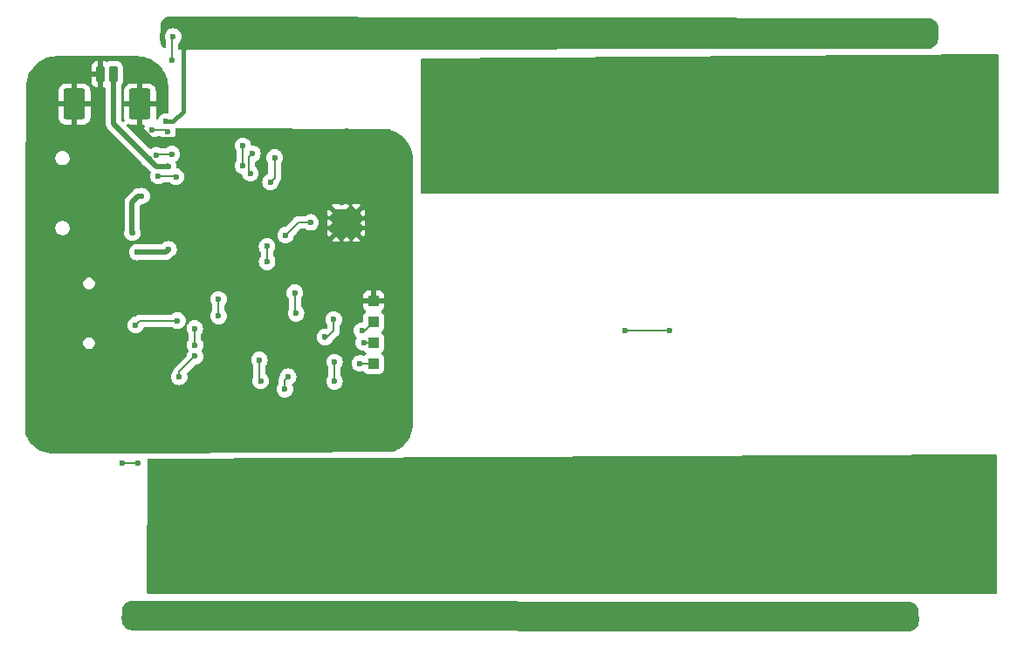
<source format=gbr>
%TF.GenerationSoftware,KiCad,Pcbnew,8.0.2*%
%TF.CreationDate,2024-06-11T14:04:34+02:00*%
%TF.ProjectId,PicoCard,5069636f-4361-4726-942e-6b696361645f,v1.0*%
%TF.SameCoordinates,Original*%
%TF.FileFunction,Copper,L2,Bot*%
%TF.FilePolarity,Positive*%
%FSLAX46Y46*%
G04 Gerber Fmt 4.6, Leading zero omitted, Abs format (unit mm)*
G04 Created by KiCad (PCBNEW 8.0.2) date 2024-06-11 14:04:34*
%MOMM*%
%LPD*%
G01*
G04 APERTURE LIST*
G04 Aperture macros list*
%AMRoundRect*
0 Rectangle with rounded corners*
0 $1 Rounding radius*
0 $2 $3 $4 $5 $6 $7 $8 $9 X,Y pos of 4 corners*
0 Add a 4 corners polygon primitive as box body*
4,1,4,$2,$3,$4,$5,$6,$7,$8,$9,$2,$3,0*
0 Add four circle primitives for the rounded corners*
1,1,$1+$1,$2,$3*
1,1,$1+$1,$4,$5*
1,1,$1+$1,$6,$7*
1,1,$1+$1,$8,$9*
0 Add four rect primitives between the rounded corners*
20,1,$1+$1,$2,$3,$4,$5,0*
20,1,$1+$1,$4,$5,$6,$7,0*
20,1,$1+$1,$6,$7,$8,$9,0*
20,1,$1+$1,$8,$9,$2,$3,0*%
G04 Aperture macros list end*
%TA.AperFunction,HeatsinkPad*%
%ADD10C,0.700000*%
%TD*%
%TA.AperFunction,HeatsinkPad*%
%ADD11R,2.700000X2.700000*%
%TD*%
%TA.AperFunction,SMDPad,CuDef*%
%ADD12RoundRect,0.200000X0.200000X0.600000X-0.200000X0.600000X-0.200000X-0.600000X0.200000X-0.600000X0*%
%TD*%
%TA.AperFunction,SMDPad,CuDef*%
%ADD13RoundRect,0.250001X0.799999X1.249999X-0.799999X1.249999X-0.799999X-1.249999X0.799999X-1.249999X0*%
%TD*%
%TA.AperFunction,SMDPad,CuDef*%
%ADD14R,1.000000X1.000000*%
%TD*%
%TA.AperFunction,ViaPad*%
%ADD15C,0.700000*%
%TD*%
%TA.AperFunction,ViaPad*%
%ADD16C,0.600000*%
%TD*%
%TA.AperFunction,Conductor*%
%ADD17C,0.500000*%
%TD*%
%TA.AperFunction,Conductor*%
%ADD18C,0.200000*%
%TD*%
%TA.AperFunction,Conductor*%
%ADD19C,0.400000*%
%TD*%
G04 APERTURE END LIST*
D10*
%TO.P,U7,17,PAD*%
%TO.N,GND*%
X132307499Y-86861250D03*
X132287499Y-88801250D03*
X132287499Y-87861250D03*
D11*
X131327499Y-87851250D03*
D10*
X131317499Y-88791250D03*
X131297499Y-87871250D03*
X131267499Y-86901250D03*
X130367499Y-87841250D03*
X130337499Y-88821250D03*
X130337499Y-86861250D03*
%TD*%
D12*
%TO.P,J2,1,Pin_1*%
%TO.N,+BATT*%
X108765000Y-73400000D03*
%TO.P,J2,2,Pin_2*%
%TO.N,GND*%
X107515000Y-73400000D03*
D13*
%TO.P,J2,MP,MountPin*%
X111315000Y-76300000D03*
X104965000Y-76300000D03*
%TD*%
D14*
%TO.P,J5,1,Pin_1*%
%TO.N,SWD_CLK*%
X133974999Y-97420000D03*
%TD*%
%TO.P,J4,1,Pin_1*%
%TO.N,GND*%
X133974999Y-95395000D03*
%TD*%
%TO.P,J6,1,Pin_1*%
%TO.N,SWD_DIO*%
X133999999Y-99470000D03*
%TD*%
%TO.P,J3,1,Pin_1*%
%TO.N,Reset*%
X133999999Y-101520000D03*
%TD*%
D15*
%TO.N,GND*%
X116220000Y-109660000D03*
X134420000Y-79120000D03*
D16*
X127020000Y-102870000D03*
D15*
X102020000Y-104180000D03*
X103140000Y-103780000D03*
X117350000Y-96880000D03*
X126360000Y-109540000D03*
X103833602Y-96610000D03*
X102609999Y-87140000D03*
D16*
X117910000Y-100300000D03*
D15*
X119830000Y-109610000D03*
X108800000Y-83100000D03*
X102430000Y-76190000D03*
D16*
X110659999Y-94270000D03*
D15*
X102979999Y-98930000D03*
D16*
X133299999Y-105520000D03*
D15*
X103509999Y-108500000D03*
X132349999Y-100370000D03*
X106299999Y-103860000D03*
D16*
X125549999Y-92845000D03*
D15*
X131399999Y-97570000D03*
D16*
X121019999Y-94430000D03*
D15*
X122469999Y-79140000D03*
D16*
X126720000Y-97690000D03*
D15*
X131399999Y-79020000D03*
D16*
X109060000Y-109500000D03*
D15*
X136660000Y-86000000D03*
D16*
X117622500Y-85645000D03*
D15*
X113390000Y-76310000D03*
D16*
X115500000Y-79000000D03*
D15*
X121470000Y-89620000D03*
X136649999Y-84590000D03*
X114550000Y-106600000D03*
X127949999Y-89770000D03*
X136775000Y-96175000D03*
X102510000Y-97800000D03*
X133249999Y-108320000D03*
X122940000Y-107100000D03*
X104529999Y-86760000D03*
X135500000Y-100625000D03*
X119990000Y-86720000D03*
X105000000Y-103680000D03*
D16*
X117830000Y-102780000D03*
D15*
X105560000Y-109150000D03*
X109479999Y-101800000D03*
D16*
X127120000Y-104500000D03*
D15*
X102449999Y-84960000D03*
X107109999Y-89170000D03*
D16*
X113739999Y-93620000D03*
D15*
X102690000Y-95090000D03*
D16*
X115340000Y-100290000D03*
D15*
X106519999Y-107530000D03*
X136550000Y-83220000D03*
X102339999Y-93940000D03*
D16*
X109508602Y-99975000D03*
X127874999Y-103557500D03*
X115240000Y-96110000D03*
X128720000Y-104440000D03*
D15*
X103300000Y-82850000D03*
X103889999Y-94190000D03*
X123889999Y-87270000D03*
D16*
X123130000Y-99150000D03*
X133399999Y-85820000D03*
D15*
X135149999Y-91720000D03*
X136790000Y-106050000D03*
X102760000Y-72500000D03*
X100840000Y-77920000D03*
X128199999Y-85570000D03*
X102600000Y-80850000D03*
X136549999Y-107970000D03*
X114620000Y-109660000D03*
X104930000Y-93470000D03*
D16*
X126619999Y-79150000D03*
D15*
X104950000Y-80300000D03*
D16*
X131399999Y-84920000D03*
D15*
X109690000Y-103000000D03*
D16*
X123549999Y-92820000D03*
D15*
X137200000Y-88470000D03*
X106060000Y-105600000D03*
X132610000Y-109370000D03*
X120560000Y-78980000D03*
X108800000Y-80450000D03*
X100970000Y-74080000D03*
D16*
X128770000Y-102790000D03*
D15*
X136780000Y-100220000D03*
D16*
X130074999Y-104920000D03*
D15*
X121700000Y-109610000D03*
X104609999Y-99040000D03*
X112940000Y-73420000D03*
X133599999Y-92820000D03*
X117830000Y-79020000D03*
D16*
X108633602Y-92650000D03*
D15*
X117610000Y-88490000D03*
X127249999Y-108720000D03*
X127799999Y-79170000D03*
X136840000Y-104000000D03*
X107500000Y-79850000D03*
X102620000Y-89070000D03*
X136799999Y-102620000D03*
X129209999Y-90830000D03*
X135149999Y-94120000D03*
D16*
X119960000Y-98350000D03*
%TO.N,Net-(U2-VREG_VOUT)*%
X125370000Y-103990000D03*
X125689957Y-102757500D03*
%TO.N,VCC*%
X115130000Y-102780000D03*
X118949999Y-96869999D03*
X116660000Y-100780000D03*
X116650000Y-99690000D03*
X122900000Y-101130000D03*
X118939999Y-95270000D03*
X123024999Y-103157500D03*
X130191182Y-103218573D03*
X116640000Y-98087843D03*
X130180514Y-101364485D03*
%TO.N,SWD_DIO*%
X114970000Y-97330000D03*
X110910000Y-97750000D03*
X133024999Y-99445000D03*
%TO.N,Net-(U4-Y)*%
X123644999Y-90115000D03*
X123649999Y-91620000D03*
%TO.N,SWD_CLK*%
X132849999Y-98300000D03*
%TO.N,+5V*%
X111490000Y-85240000D03*
X110579669Y-88790332D03*
X152590000Y-126060000D03*
X186272902Y-69218018D03*
X119240000Y-69230000D03*
X176614376Y-69137499D03*
X128790000Y-69100000D03*
X142980000Y-126100000D03*
X171690000Y-126000000D03*
X147860000Y-69140000D03*
X123830000Y-126140000D03*
X138320000Y-69140000D03*
X162150000Y-126010000D03*
X181260000Y-125950000D03*
X133490000Y-126160000D03*
X167033555Y-69146445D03*
X110250000Y-126090000D03*
X114310000Y-126160000D03*
X113842157Y-78000000D03*
X157486364Y-69182629D03*
%TO.N,Reset*%
X132649999Y-101470000D03*
%TO.N,WS2812B*%
X129278694Y-98920000D03*
X130108759Y-97220000D03*
%TO.N,Net-(D1-DIN)*%
X121292279Y-80350000D03*
X121292279Y-82297721D03*
%TO.N,Net-(D12-DIN)*%
X114530000Y-69750000D03*
X109615767Y-111125817D03*
X112500000Y-78810000D03*
X114449669Y-72050331D03*
X114000000Y-79000000D03*
X111120000Y-111160000D03*
%TO.N,Net-(U5-Antenna_LA)*%
X162648495Y-98270310D03*
X158368495Y-98260310D03*
%TO.N,+BATT*%
X112195030Y-81648184D03*
X114060000Y-82330000D03*
%TO.N,V5_USB*%
X113110000Y-83290000D03*
X114810000Y-83350000D03*
X111059999Y-90670000D03*
X114100000Y-90400000D03*
%TO.N,Net-(D13-A)*%
X124379999Y-81500000D03*
X123976724Y-83883107D03*
%TO.N,V5_BAT_EN*%
X125439999Y-89030000D03*
X112899999Y-81270000D03*
X127857918Y-87787824D03*
X114399999Y-81156831D03*
X122230257Y-81114377D03*
X122032278Y-83037721D03*
%TO.N,Net-(D21-K)*%
X126330000Y-94620000D03*
X126460000Y-96620000D03*
%TD*%
D17*
%TO.N,GND*%
X111315000Y-78685661D02*
X112379339Y-79750000D01*
X107515000Y-73400000D02*
X107515000Y-76300000D01*
X104965000Y-76300000D02*
X107515000Y-76300000D01*
X114750000Y-79750000D02*
X115500000Y-79000000D01*
D18*
X117830000Y-100380000D02*
X117910000Y-100300000D01*
D17*
X107515000Y-76300000D02*
X107515000Y-79835000D01*
X107515000Y-79835000D02*
X107500000Y-79850000D01*
X111315000Y-76300000D02*
X111315000Y-78685661D01*
X112379339Y-79750000D02*
X114750000Y-79750000D01*
D18*
X117830000Y-102780000D02*
X117830000Y-100380000D01*
%TO.N,Net-(U2-VREG_VOUT)*%
X125366003Y-103081454D02*
X125689957Y-102757500D01*
X125366003Y-104008150D02*
X125366003Y-103081454D01*
%TO.N,VCC*%
X130180514Y-103207905D02*
X130191182Y-103218573D01*
X116650000Y-98097843D02*
X116640000Y-98087843D01*
X115130000Y-102780000D02*
X115130000Y-102310000D01*
X118939999Y-95270000D02*
X118939999Y-96859999D01*
X123024999Y-103157500D02*
X122900000Y-103032501D01*
X115130000Y-102310000D02*
X116660000Y-100780000D01*
X122900000Y-103032501D02*
X122900000Y-101130000D01*
X116650000Y-99690000D02*
X116650000Y-98097843D01*
X130180514Y-101364485D02*
X130180514Y-103207905D01*
X118939999Y-96859999D02*
X118949999Y-96869999D01*
%TO.N,SWD_DIO*%
X111330000Y-97330000D02*
X110910000Y-97750000D01*
X133049999Y-99470000D02*
X133024999Y-99445000D01*
X133999999Y-99470000D02*
X133049999Y-99470000D01*
X114970000Y-97330000D02*
X111330000Y-97330000D01*
%TO.N,Net-(U4-Y)*%
X123644999Y-90115000D02*
X123644999Y-91260000D01*
X123644999Y-91260000D02*
X123644999Y-91615000D01*
X123644999Y-91615000D02*
X123649999Y-91620000D01*
%TO.N,SWD_CLK*%
X132849999Y-98300000D02*
X133094999Y-98300000D01*
X133094999Y-98300000D02*
X133974999Y-97420000D01*
D19*
%TO.N,+5V*%
X115500000Y-77000000D02*
X115500000Y-71000000D01*
X116130000Y-70370000D02*
X118100000Y-70370000D01*
D17*
X110569999Y-85813122D02*
X111143121Y-85240000D01*
D19*
X113842157Y-78000000D02*
X114500000Y-78000000D01*
X118100000Y-70370000D02*
X119240000Y-69230000D01*
D17*
X110579669Y-88790332D02*
X110569999Y-88780662D01*
X111143121Y-85240000D02*
X111490000Y-85240000D01*
D19*
X115500000Y-71000000D02*
X116130000Y-70370000D01*
X114500000Y-78000000D02*
X115500000Y-77000000D01*
D17*
X110569999Y-88780662D02*
X110569999Y-85813122D01*
D18*
%TO.N,Reset*%
X132649999Y-101470000D02*
X133949999Y-101470000D01*
X133949999Y-101470000D02*
X133999999Y-101520000D01*
%TO.N,WS2812B*%
X130108759Y-97220000D02*
X130108759Y-98311240D01*
X130108759Y-98311240D02*
X129278694Y-99141305D01*
%TO.N,Net-(D1-DIN)*%
X121292279Y-82297721D02*
X121292279Y-80552720D01*
%TO.N,Net-(D12-DIN)*%
X109649950Y-111160000D02*
X109615767Y-111125817D01*
X111120000Y-111160000D02*
X109649950Y-111160000D01*
X114449669Y-72050331D02*
X114449669Y-69830331D01*
X112500000Y-78810000D02*
X113810000Y-78810000D01*
X113810000Y-78810000D02*
X114000000Y-79000000D01*
X114449669Y-69830331D02*
X114530000Y-69750000D01*
%TO.N,Net-(U5-Antenna_LA)*%
X158368495Y-98260310D02*
X162638495Y-98260310D01*
X162638495Y-98260310D02*
X162648495Y-98270310D01*
D17*
%TO.N,+BATT*%
X114040000Y-82310000D02*
X114060000Y-82330000D01*
X110624669Y-80055331D02*
X108765000Y-78195662D01*
X112899338Y-82330000D02*
X110624669Y-80055331D01*
X108765000Y-78195662D02*
X108765000Y-73400000D01*
X114060000Y-82330000D02*
X112899338Y-82330000D01*
D18*
%TO.N,V5_USB*%
X113110000Y-83290000D02*
X114610000Y-83290000D01*
D17*
X112795613Y-90680000D02*
X113820000Y-90680000D01*
X113820000Y-90680000D02*
X114100000Y-90400000D01*
D18*
X114750000Y-83290000D02*
X114810000Y-83350000D01*
D17*
X112795613Y-90680000D02*
X111069999Y-90680000D01*
X111069999Y-90680000D02*
X111059999Y-90670000D01*
D18*
X114610000Y-83290000D02*
X114750000Y-83290000D01*
%TO.N,Net-(D13-A)*%
X124379999Y-83479832D02*
X124379999Y-81500000D01*
X123976724Y-83883107D02*
X124379999Y-83479832D01*
%TO.N,V5_BAT_EN*%
X113013168Y-81156831D02*
X112899999Y-81270000D01*
X126682175Y-87787824D02*
X125439999Y-89030000D01*
X121892279Y-82897722D02*
X121892279Y-81452355D01*
X122032278Y-83037721D02*
X121892279Y-82897722D01*
X114399999Y-81156831D02*
X113013168Y-81156831D01*
X127857918Y-87787824D02*
X126682175Y-87787824D01*
X121892279Y-81452355D02*
X122230257Y-81114377D01*
%TO.N,Net-(D21-K)*%
X126330000Y-96490000D02*
X126460000Y-96620000D01*
X126330000Y-94620000D02*
X126330000Y-96490000D01*
%TD*%
%TA.AperFunction,Conductor*%
%TO.N,GND*%
G36*
X103891126Y-71652628D02*
G01*
X111069795Y-71657853D01*
X111077178Y-71658078D01*
X111423574Y-71679043D01*
X111438265Y-71680817D01*
X111776030Y-71742245D01*
X111790389Y-71745753D01*
X112118447Y-71846997D01*
X112132286Y-71852192D01*
X112445931Y-71991803D01*
X112459051Y-71998609D01*
X112753829Y-72174601D01*
X112766047Y-72182924D01*
X113001934Y-72365122D01*
X113037746Y-72392783D01*
X113048897Y-72402512D01*
X113293647Y-72643249D01*
X113303557Y-72654235D01*
X113517878Y-72922424D01*
X113526412Y-72934518D01*
X113707239Y-73226318D01*
X113714272Y-73239344D01*
X113859046Y-73550631D01*
X113864476Y-73564401D01*
X113971123Y-73890714D01*
X113974873Y-73905034D01*
X114041874Y-74241722D01*
X114043892Y-74256386D01*
X114070581Y-74602367D01*
X114070930Y-74609763D01*
X114077669Y-75000014D01*
X114116481Y-77247897D01*
X114021419Y-77214633D01*
X114021406Y-77214630D01*
X113842161Y-77194435D01*
X113842153Y-77194435D01*
X113662907Y-77214630D01*
X113662902Y-77214631D01*
X113492633Y-77274211D01*
X113339894Y-77370184D01*
X113212341Y-77497737D01*
X113116366Y-77650479D01*
X113101317Y-77693487D01*
X113060594Y-77750263D01*
X112995641Y-77776009D01*
X112927080Y-77762552D01*
X112876678Y-77714164D01*
X112860437Y-77646208D01*
X112860918Y-77639926D01*
X112864999Y-77599980D01*
X112865000Y-77599972D01*
X112865000Y-76550000D01*
X111565000Y-76550000D01*
X111565000Y-78300000D01*
X111655602Y-78300000D01*
X111722641Y-78319685D01*
X111768396Y-78372489D01*
X111778340Y-78441647D01*
X111772644Y-78464954D01*
X111714632Y-78630742D01*
X111714630Y-78630750D01*
X111694435Y-78809996D01*
X111694435Y-78810003D01*
X111714630Y-78989249D01*
X111714631Y-78989254D01*
X111774211Y-79159523D01*
X111786606Y-79179249D01*
X111870184Y-79312262D01*
X111997738Y-79439816D01*
X112150478Y-79535789D01*
X112320745Y-79595368D01*
X112320750Y-79595369D01*
X112499996Y-79615565D01*
X112500000Y-79615565D01*
X112500004Y-79615565D01*
X112679249Y-79595369D01*
X112679252Y-79595368D01*
X112679255Y-79595368D01*
X112849522Y-79535789D01*
X113002262Y-79439816D01*
X113002267Y-79439810D01*
X113005097Y-79437555D01*
X113007275Y-79436665D01*
X113008158Y-79436111D01*
X113008255Y-79436265D01*
X113069783Y-79411145D01*
X113082412Y-79410500D01*
X113243994Y-79410500D01*
X113311033Y-79430185D01*
X113348986Y-79468526D01*
X113370184Y-79502262D01*
X113497738Y-79629816D01*
X113588080Y-79686582D01*
X113641557Y-79720184D01*
X113650478Y-79725789D01*
X113820745Y-79785368D01*
X113820750Y-79785369D01*
X113999996Y-79805565D01*
X114000000Y-79805565D01*
X114000004Y-79805565D01*
X114179249Y-79785369D01*
X114179252Y-79785368D01*
X114179255Y-79785368D01*
X114349522Y-79725789D01*
X114502262Y-79629816D01*
X114629816Y-79502262D01*
X114725789Y-79349522D01*
X114785368Y-79179255D01*
X114785369Y-79179249D01*
X114805565Y-79000003D01*
X114805565Y-78999996D01*
X114785369Y-78820753D01*
X114785368Y-78820751D01*
X114785368Y-78820745D01*
X114768815Y-78773442D01*
X114765254Y-78703664D01*
X114799982Y-78643037D01*
X114827412Y-78623125D01*
X114831795Y-78620781D01*
X114831811Y-78620775D01*
X114843930Y-78612677D01*
X117077424Y-78621173D01*
X117077430Y-78621174D01*
X117077424Y-78621174D01*
X117590279Y-78623124D01*
X134808432Y-78688620D01*
X134815313Y-78688839D01*
X135139936Y-78708261D01*
X135153701Y-78709862D01*
X135470658Y-78764818D01*
X135484166Y-78767947D01*
X135793008Y-78857959D01*
X135806077Y-78862576D01*
X136102933Y-78986518D01*
X136115405Y-78992565D01*
X136396572Y-79148890D01*
X136408281Y-79156286D01*
X136627065Y-79312262D01*
X136670217Y-79343026D01*
X136681044Y-79351697D01*
X136920491Y-79566528D01*
X136930273Y-79576346D01*
X137134424Y-79805565D01*
X137144219Y-79816563D01*
X137152849Y-79827420D01*
X137338636Y-80090037D01*
X137345998Y-80101784D01*
X137460117Y-80308812D01*
X137501292Y-80383510D01*
X137507298Y-80396013D01*
X137630153Y-80693311D01*
X137634725Y-80706406D01*
X137723608Y-81015566D01*
X137726689Y-81029090D01*
X137780489Y-81346243D01*
X137782040Y-81360026D01*
X137800277Y-81684675D01*
X137800472Y-81691610D01*
X137802543Y-94767737D01*
X137804130Y-104795565D01*
X137804523Y-107273660D01*
X137804329Y-107280617D01*
X137786080Y-107606289D01*
X137784523Y-107620116D01*
X137730488Y-107938249D01*
X137727392Y-107951814D01*
X137638057Y-108261889D01*
X137633461Y-108275022D01*
X137509950Y-108573138D01*
X137503912Y-108585673D01*
X137347777Y-108868079D01*
X137340372Y-108879859D01*
X137153584Y-109142993D01*
X137144906Y-109153869D01*
X136929816Y-109394417D01*
X136919974Y-109404253D01*
X136679288Y-109619191D01*
X136668407Y-109627862D01*
X136405149Y-109814488D01*
X136393364Y-109821885D01*
X136110863Y-109977838D01*
X136098324Y-109983868D01*
X135870593Y-110078049D01*
X135823760Y-110087461D01*
X112140518Y-110193729D01*
X112140508Y-110193729D01*
X112035171Y-110205312D01*
X112035161Y-110205313D01*
X112035159Y-110205314D01*
X112035155Y-110205314D01*
X112035143Y-110205317D01*
X111984639Y-110216321D01*
X111984626Y-110216325D01*
X111876713Y-110252037D01*
X111876119Y-110250243D01*
X111835359Y-110259407D01*
X106541911Y-110255210D01*
X102997587Y-110252399D01*
X102990609Y-110252197D01*
X102956113Y-110250222D01*
X102663519Y-110233474D01*
X102649632Y-110231891D01*
X102330150Y-110177066D01*
X102316531Y-110173929D01*
X102005272Y-110083508D01*
X101992091Y-110078859D01*
X101692970Y-109953979D01*
X101680397Y-109947876D01*
X101397239Y-109790133D01*
X101385432Y-109782654D01*
X101121818Y-109594045D01*
X101110928Y-109585285D01*
X100870213Y-109368210D01*
X100860378Y-109358280D01*
X100645620Y-109115493D01*
X100636973Y-109104531D01*
X100475479Y-108874177D01*
X100450895Y-108839111D01*
X100443530Y-108827234D01*
X100288505Y-108542567D01*
X100282528Y-108529944D01*
X100220946Y-108378367D01*
X100211827Y-108331697D01*
X100211827Y-103989996D01*
X124564435Y-103989996D01*
X124564435Y-103990003D01*
X124584630Y-104169249D01*
X124584631Y-104169254D01*
X124644211Y-104339523D01*
X124740184Y-104492262D01*
X124867738Y-104619816D01*
X125020478Y-104715789D01*
X125190745Y-104775368D01*
X125190750Y-104775369D01*
X125369996Y-104795565D01*
X125370000Y-104795565D01*
X125370004Y-104795565D01*
X125549249Y-104775369D01*
X125549252Y-104775368D01*
X125549255Y-104775368D01*
X125719522Y-104715789D01*
X125872262Y-104619816D01*
X125999816Y-104492262D01*
X126095789Y-104339522D01*
X126155368Y-104169255D01*
X126173994Y-104003942D01*
X126175565Y-103990003D01*
X126175565Y-103989996D01*
X126155369Y-103810750D01*
X126155368Y-103810745D01*
X126095788Y-103640475D01*
X126075011Y-103607410D01*
X126056010Y-103540174D01*
X126076377Y-103473338D01*
X126114031Y-103436444D01*
X126192219Y-103387316D01*
X126319773Y-103259762D01*
X126415746Y-103107022D01*
X126475325Y-102936755D01*
X126475326Y-102936749D01*
X126495522Y-102757503D01*
X126495522Y-102757496D01*
X126475326Y-102578250D01*
X126475325Y-102578245D01*
X126455118Y-102520498D01*
X126415746Y-102407978D01*
X126319773Y-102255238D01*
X126192219Y-102127684D01*
X126191898Y-102127482D01*
X126039480Y-102031711D01*
X125869211Y-101972131D01*
X125869206Y-101972130D01*
X125689961Y-101951935D01*
X125689953Y-101951935D01*
X125510707Y-101972130D01*
X125510702Y-101972131D01*
X125340433Y-102031711D01*
X125187694Y-102127684D01*
X125060141Y-102255237D01*
X124964167Y-102407978D01*
X124904587Y-102578250D01*
X124893289Y-102678524D01*
X124877457Y-102726639D01*
X124841578Y-102788784D01*
X124806426Y-102849669D01*
X124765502Y-103002397D01*
X124765502Y-103002399D01*
X124765502Y-103170500D01*
X124765503Y-103170513D01*
X124765503Y-103412599D01*
X124745818Y-103479638D01*
X124741420Y-103485770D01*
X124644211Y-103640476D01*
X124584631Y-103810745D01*
X124584630Y-103810750D01*
X124564435Y-103989996D01*
X100211827Y-103989996D01*
X100211827Y-99424234D01*
X105808102Y-99424234D01*
X105808102Y-99575766D01*
X105826864Y-99645788D01*
X105847321Y-99722136D01*
X105858678Y-99741806D01*
X105923087Y-99853365D01*
X106030237Y-99960515D01*
X106161467Y-100036281D01*
X106307836Y-100075500D01*
X106307838Y-100075500D01*
X106459366Y-100075500D01*
X106459368Y-100075500D01*
X106605737Y-100036281D01*
X106736967Y-99960515D01*
X106844117Y-99853365D01*
X106919883Y-99722135D01*
X106959102Y-99575766D01*
X106959102Y-99424234D01*
X106919883Y-99277865D01*
X106912885Y-99265745D01*
X106901949Y-99246803D01*
X106844117Y-99146635D01*
X106736967Y-99039485D01*
X106671352Y-99001602D01*
X106605738Y-98963719D01*
X106532552Y-98944109D01*
X106459368Y-98924500D01*
X106307836Y-98924500D01*
X106161465Y-98963719D01*
X106030237Y-99039485D01*
X106030234Y-99039487D01*
X105923089Y-99146632D01*
X105923087Y-99146635D01*
X105847321Y-99277863D01*
X105830544Y-99340478D01*
X105808102Y-99424234D01*
X100211827Y-99424234D01*
X100211827Y-97749996D01*
X110104435Y-97749996D01*
X110104435Y-97750003D01*
X110124630Y-97929249D01*
X110124631Y-97929254D01*
X110184211Y-98099523D01*
X110280184Y-98252262D01*
X110407738Y-98379816D01*
X110560478Y-98475789D01*
X110704556Y-98526204D01*
X110730745Y-98535368D01*
X110730750Y-98535369D01*
X110909996Y-98555565D01*
X110910000Y-98555565D01*
X110910004Y-98555565D01*
X111089249Y-98535369D01*
X111089252Y-98535368D01*
X111089255Y-98535368D01*
X111259522Y-98475789D01*
X111412262Y-98379816D01*
X111539816Y-98252262D01*
X111635789Y-98099522D01*
X111665873Y-98013545D01*
X111706595Y-97956770D01*
X111771547Y-97931022D01*
X111782915Y-97930500D01*
X114387588Y-97930500D01*
X114454627Y-97950185D01*
X114464903Y-97957555D01*
X114467736Y-97959814D01*
X114467738Y-97959816D01*
X114620478Y-98055789D01*
X114712072Y-98087839D01*
X114790745Y-98115368D01*
X114790750Y-98115369D01*
X114969996Y-98135565D01*
X114970000Y-98135565D01*
X114970004Y-98135565D01*
X115149249Y-98115369D01*
X115149252Y-98115368D01*
X115149255Y-98115368D01*
X115319522Y-98055789D01*
X115472262Y-97959816D01*
X115599816Y-97832262D01*
X115649628Y-97752985D01*
X115701961Y-97706696D01*
X115771015Y-97696047D01*
X115834863Y-97724422D01*
X115873235Y-97782812D01*
X115873948Y-97852678D01*
X115871663Y-97859912D01*
X115854633Y-97908582D01*
X115854630Y-97908593D01*
X115834435Y-98087839D01*
X115834435Y-98087846D01*
X115854630Y-98267092D01*
X115854631Y-98267097D01*
X115914211Y-98437366D01*
X116010184Y-98590105D01*
X116013181Y-98593102D01*
X116014498Y-98595514D01*
X116014525Y-98595548D01*
X116014519Y-98595552D01*
X116046666Y-98654425D01*
X116049500Y-98680783D01*
X116049500Y-99107587D01*
X116029815Y-99174626D01*
X116022450Y-99184896D01*
X116020186Y-99187734D01*
X115924211Y-99340476D01*
X115864631Y-99510745D01*
X115864630Y-99510750D01*
X115844435Y-99689996D01*
X115844435Y-99690003D01*
X115864630Y-99869249D01*
X115864631Y-99869254D01*
X115924211Y-100039523D01*
X116010585Y-100176985D01*
X116029585Y-100244221D01*
X116010585Y-100308929D01*
X115934210Y-100430478D01*
X115874630Y-100600750D01*
X115864837Y-100687668D01*
X115837770Y-100752082D01*
X115829298Y-100761465D01*
X114761286Y-101829478D01*
X114649481Y-101941282D01*
X114649479Y-101941285D01*
X114631671Y-101972130D01*
X114610221Y-102009283D01*
X114597272Y-102031711D01*
X114570424Y-102078212D01*
X114570423Y-102078214D01*
X114570423Y-102078215D01*
X114557168Y-102127684D01*
X114531700Y-102222729D01*
X114503539Y-102271508D01*
X114504525Y-102272295D01*
X114500184Y-102277737D01*
X114404211Y-102430476D01*
X114344631Y-102600745D01*
X114344630Y-102600750D01*
X114324435Y-102779996D01*
X114324435Y-102780003D01*
X114344630Y-102959249D01*
X114344631Y-102959254D01*
X114404211Y-103129523D01*
X114460167Y-103218576D01*
X114500184Y-103282262D01*
X114627738Y-103409816D01*
X114780478Y-103505789D01*
X114784005Y-103507023D01*
X114950745Y-103565368D01*
X114950750Y-103565369D01*
X115129996Y-103585565D01*
X115130000Y-103585565D01*
X115130004Y-103585565D01*
X115309249Y-103565369D01*
X115309252Y-103565368D01*
X115309255Y-103565368D01*
X115479522Y-103505789D01*
X115632262Y-103409816D01*
X115759816Y-103282262D01*
X115855789Y-103129522D01*
X115915368Y-102959255D01*
X115917903Y-102936755D01*
X115935565Y-102780003D01*
X115935565Y-102779996D01*
X115915369Y-102600753D01*
X115915368Y-102600747D01*
X115915368Y-102600745D01*
X115887288Y-102520498D01*
X115882291Y-102506216D01*
X115878730Y-102436437D01*
X115911650Y-102377583D01*
X116678535Y-101610698D01*
X116739856Y-101577215D01*
X116752311Y-101575163D01*
X116839255Y-101565368D01*
X117009522Y-101505789D01*
X117162262Y-101409816D01*
X117289816Y-101282262D01*
X117385491Y-101129996D01*
X122094435Y-101129996D01*
X122094435Y-101130003D01*
X122114630Y-101309249D01*
X122114631Y-101309254D01*
X122174211Y-101479523D01*
X122270185Y-101632263D01*
X122272445Y-101635097D01*
X122273334Y-101637275D01*
X122273889Y-101638158D01*
X122273734Y-101638255D01*
X122298855Y-101699783D01*
X122299500Y-101712412D01*
X122299500Y-102786081D01*
X122292541Y-102827036D01*
X122239632Y-102978237D01*
X122239629Y-102978250D01*
X122219434Y-103157496D01*
X122219434Y-103157503D01*
X122239629Y-103336749D01*
X122239630Y-103336754D01*
X122299210Y-103507023D01*
X122337585Y-103568096D01*
X122395183Y-103659762D01*
X122522737Y-103787316D01*
X122675477Y-103883289D01*
X122845744Y-103942868D01*
X122845749Y-103942869D01*
X123024995Y-103963065D01*
X123024999Y-103963065D01*
X123025003Y-103963065D01*
X123204248Y-103942869D01*
X123204251Y-103942868D01*
X123204254Y-103942868D01*
X123374521Y-103883289D01*
X123527261Y-103787316D01*
X123654815Y-103659762D01*
X123750788Y-103507022D01*
X123810367Y-103336755D01*
X123819042Y-103259762D01*
X123830564Y-103157503D01*
X123830564Y-103157496D01*
X123810368Y-102978250D01*
X123810367Y-102978245D01*
X123772158Y-102869051D01*
X123750788Y-102807978D01*
X123654815Y-102655238D01*
X123536818Y-102537241D01*
X123503334Y-102475918D01*
X123500500Y-102449560D01*
X123500500Y-101712412D01*
X123520185Y-101645373D01*
X123527555Y-101635097D01*
X123529810Y-101632267D01*
X123529816Y-101632262D01*
X123625789Y-101479522D01*
X123666044Y-101364481D01*
X129374949Y-101364481D01*
X129374949Y-101364488D01*
X129395144Y-101543734D01*
X129395145Y-101543739D01*
X129454725Y-101714008D01*
X129550699Y-101866748D01*
X129552959Y-101869582D01*
X129553848Y-101871760D01*
X129554403Y-101872643D01*
X129554248Y-101872740D01*
X129579369Y-101934268D01*
X129580014Y-101946897D01*
X129580014Y-102650909D01*
X129561008Y-102716880D01*
X129550503Y-102733598D01*
X129465393Y-102869049D01*
X129405813Y-103039318D01*
X129405812Y-103039323D01*
X129385617Y-103218569D01*
X129385617Y-103218576D01*
X129405812Y-103397822D01*
X129405813Y-103397827D01*
X129465393Y-103568096D01*
X129476370Y-103585565D01*
X129561366Y-103720835D01*
X129688920Y-103848389D01*
X129841660Y-103944362D01*
X130011927Y-104003941D01*
X130011932Y-104003942D01*
X130191178Y-104024138D01*
X130191182Y-104024138D01*
X130191186Y-104024138D01*
X130370431Y-104003942D01*
X130370434Y-104003941D01*
X130370437Y-104003941D01*
X130540704Y-103944362D01*
X130693444Y-103848389D01*
X130820998Y-103720835D01*
X130916971Y-103568095D01*
X130976550Y-103397828D01*
X130976551Y-103397822D01*
X130996747Y-103218576D01*
X130996747Y-103218569D01*
X130976551Y-103039323D01*
X130976550Y-103039318D01*
X130948533Y-102959249D01*
X130916971Y-102869051D01*
X130904792Y-102849669D01*
X130861014Y-102779996D01*
X130820998Y-102716311D01*
X130817333Y-102712646D01*
X130783848Y-102651323D01*
X130781014Y-102624965D01*
X130781014Y-101946897D01*
X130800699Y-101879858D01*
X130808069Y-101869582D01*
X130810324Y-101866752D01*
X130810330Y-101866747D01*
X130906303Y-101714007D01*
X130965882Y-101543740D01*
X130970158Y-101505789D01*
X130974191Y-101469996D01*
X131844434Y-101469996D01*
X131844434Y-101470003D01*
X131864629Y-101649249D01*
X131864630Y-101649254D01*
X131924210Y-101819523D01*
X131972304Y-101896063D01*
X132020183Y-101972262D01*
X132147737Y-102099816D01*
X132300477Y-102195789D01*
X132450896Y-102248423D01*
X132470744Y-102255368D01*
X132470749Y-102255369D01*
X132649995Y-102275565D01*
X132649999Y-102275565D01*
X132650003Y-102275565D01*
X132829248Y-102255369D01*
X132829251Y-102255368D01*
X132829254Y-102255368D01*
X132829255Y-102255367D01*
X132829258Y-102255367D01*
X132881911Y-102236942D01*
X132919195Y-102223895D01*
X132988974Y-102220333D01*
X133049602Y-102255062D01*
X133059417Y-102266625D01*
X133142454Y-102377547D01*
X133257663Y-102463793D01*
X133257670Y-102463797D01*
X133392516Y-102514091D01*
X133392515Y-102514091D01*
X133399443Y-102514835D01*
X133452126Y-102520500D01*
X134547871Y-102520499D01*
X134607482Y-102514091D01*
X134742330Y-102463796D01*
X134857545Y-102377546D01*
X134943795Y-102262331D01*
X134994090Y-102127483D01*
X135000499Y-102067873D01*
X135000498Y-100972128D01*
X134994090Y-100912517D01*
X134975331Y-100862222D01*
X134943796Y-100777671D01*
X134943792Y-100777664D01*
X134874147Y-100684632D01*
X134857545Y-100662454D01*
X134766456Y-100594265D01*
X134724587Y-100538333D01*
X134719603Y-100468641D01*
X134753088Y-100407318D01*
X134766451Y-100395738D01*
X134857545Y-100327546D01*
X134943795Y-100212331D01*
X134994090Y-100077483D01*
X135000499Y-100017873D01*
X135000498Y-98922128D01*
X134994090Y-98862517D01*
X134971616Y-98802262D01*
X134943796Y-98727671D01*
X134943792Y-98727664D01*
X134857546Y-98612455D01*
X134857543Y-98612452D01*
X134753958Y-98534908D01*
X134712087Y-98478975D01*
X134707103Y-98409283D01*
X134740589Y-98347960D01*
X134753947Y-98336384D01*
X134832545Y-98277546D01*
X134918795Y-98162331D01*
X134969090Y-98027483D01*
X134975499Y-97967873D01*
X134975498Y-96872128D01*
X134969090Y-96812517D01*
X134964143Y-96799254D01*
X134918796Y-96677671D01*
X134918792Y-96677664D01*
X134832546Y-96562455D01*
X134757738Y-96506453D01*
X134715868Y-96450519D01*
X134710884Y-96380827D01*
X134744370Y-96319505D01*
X134757740Y-96307920D01*
X134832188Y-96252188D01*
X134832189Y-96252187D01*
X134918349Y-96137093D01*
X134918353Y-96137086D01*
X134968595Y-96002379D01*
X134968597Y-96002372D01*
X134974998Y-95942844D01*
X134974999Y-95942827D01*
X134974999Y-95645000D01*
X132974999Y-95645000D01*
X132974999Y-95942844D01*
X132981400Y-96002372D01*
X132981402Y-96002379D01*
X133031644Y-96137086D01*
X133031648Y-96137093D01*
X133117808Y-96252186D01*
X133192258Y-96307920D01*
X133234129Y-96363854D01*
X133239113Y-96433546D01*
X133205628Y-96494869D01*
X133192259Y-96506453D01*
X133117451Y-96562455D01*
X133031205Y-96677664D01*
X133031201Y-96677671D01*
X132980907Y-96812517D01*
X132974676Y-96870478D01*
X132974500Y-96872123D01*
X132974499Y-96872135D01*
X132974499Y-97370435D01*
X132954814Y-97437474D01*
X132902010Y-97483229D01*
X132856850Y-97493053D01*
X132856918Y-97493655D01*
X132851040Y-97494317D01*
X132850499Y-97494435D01*
X132849995Y-97494435D01*
X132670749Y-97514630D01*
X132670744Y-97514631D01*
X132500475Y-97574211D01*
X132347736Y-97670184D01*
X132220183Y-97797737D01*
X132124210Y-97950476D01*
X132064630Y-98120745D01*
X132064629Y-98120750D01*
X132044434Y-98299996D01*
X132044434Y-98300003D01*
X132064629Y-98479249D01*
X132064630Y-98479254D01*
X132124210Y-98649523D01*
X132220183Y-98802262D01*
X132311937Y-98894016D01*
X132345422Y-98955339D01*
X132340438Y-99025031D01*
X132329250Y-99047669D01*
X132299210Y-99095477D01*
X132299208Y-99095481D01*
X132239632Y-99265737D01*
X132239629Y-99265750D01*
X132219434Y-99444996D01*
X132219434Y-99445003D01*
X132239629Y-99624249D01*
X132239630Y-99624254D01*
X132299210Y-99794523D01*
X132346164Y-99869249D01*
X132395183Y-99947262D01*
X132522737Y-100074816D01*
X132523826Y-100075500D01*
X132660007Y-100161069D01*
X132675477Y-100170789D01*
X132794189Y-100212328D01*
X132845744Y-100230368D01*
X132845749Y-100230369D01*
X133031919Y-100251345D01*
X133031710Y-100253194D01*
X133089795Y-100270250D01*
X133122020Y-100300251D01*
X133142453Y-100327546D01*
X133142454Y-100327546D01*
X133142455Y-100327548D01*
X133233539Y-100395734D01*
X133275410Y-100451668D01*
X133280394Y-100521359D01*
X133246908Y-100582682D01*
X133233539Y-100594266D01*
X133142454Y-100662452D01*
X133142452Y-100662454D01*
X133118738Y-100694132D01*
X133062804Y-100736002D01*
X132993112Y-100740985D01*
X132978519Y-100736861D01*
X132829256Y-100684632D01*
X132829248Y-100684630D01*
X132650003Y-100664435D01*
X132649995Y-100664435D01*
X132470749Y-100684630D01*
X132470744Y-100684631D01*
X132300475Y-100744211D01*
X132147736Y-100840184D01*
X132020183Y-100967737D01*
X131924210Y-101120476D01*
X131864630Y-101290745D01*
X131864629Y-101290750D01*
X131844434Y-101469996D01*
X130974191Y-101469996D01*
X130986079Y-101364488D01*
X130986079Y-101364481D01*
X130965883Y-101185235D01*
X130965882Y-101185230D01*
X130943224Y-101120478D01*
X130906303Y-101014963D01*
X130810330Y-100862223D01*
X130682776Y-100734669D01*
X130618262Y-100694132D01*
X130530037Y-100638696D01*
X130359768Y-100579116D01*
X130359763Y-100579115D01*
X130180518Y-100558920D01*
X130180510Y-100558920D01*
X130001264Y-100579115D01*
X130001259Y-100579116D01*
X129830990Y-100638696D01*
X129678251Y-100734669D01*
X129550698Y-100862222D01*
X129454725Y-101014961D01*
X129395145Y-101185230D01*
X129395144Y-101185235D01*
X129374949Y-101364481D01*
X123666044Y-101364481D01*
X123685368Y-101309255D01*
X123687454Y-101290745D01*
X123705565Y-101130003D01*
X123705565Y-101129996D01*
X123685369Y-100950750D01*
X123685368Y-100950745D01*
X123625788Y-100780476D01*
X123571534Y-100694132D01*
X123529816Y-100627738D01*
X123402262Y-100500184D01*
X123249523Y-100404211D01*
X123079254Y-100344631D01*
X123079249Y-100344630D01*
X122900004Y-100324435D01*
X122899996Y-100324435D01*
X122720750Y-100344630D01*
X122720745Y-100344631D01*
X122550476Y-100404211D01*
X122397737Y-100500184D01*
X122270184Y-100627737D01*
X122174211Y-100780476D01*
X122114631Y-100950745D01*
X122114630Y-100950750D01*
X122094435Y-101129996D01*
X117385491Y-101129996D01*
X117385789Y-101129522D01*
X117445368Y-100959255D01*
X117445369Y-100959249D01*
X117465565Y-100780003D01*
X117465565Y-100779996D01*
X117445369Y-100600750D01*
X117445368Y-100600745D01*
X117399143Y-100468641D01*
X117385789Y-100430478D01*
X117385788Y-100430477D01*
X117385787Y-100430473D01*
X117299415Y-100293014D01*
X117280414Y-100225778D01*
X117299414Y-100161071D01*
X117375789Y-100039522D01*
X117435368Y-99869255D01*
X117437158Y-99853367D01*
X117455565Y-99690003D01*
X117455565Y-99689996D01*
X117435369Y-99510750D01*
X117435368Y-99510745D01*
X117375788Y-99340476D01*
X117279813Y-99187734D01*
X117277550Y-99184896D01*
X117276659Y-99182715D01*
X117276111Y-99181842D01*
X117276264Y-99181745D01*
X117251144Y-99120209D01*
X117250500Y-99107587D01*
X117250500Y-98919996D01*
X128473129Y-98919996D01*
X128473129Y-98920003D01*
X128493324Y-99099249D01*
X128493325Y-99099254D01*
X128552905Y-99269523D01*
X128648876Y-99422259D01*
X128648878Y-99422262D01*
X128776432Y-99549816D01*
X128929172Y-99645789D01*
X128974833Y-99661766D01*
X128974842Y-99661769D01*
X128995882Y-99671421D01*
X129046909Y-99700882D01*
X129199637Y-99741806D01*
X129199640Y-99741806D01*
X129357748Y-99741806D01*
X129357751Y-99741806D01*
X129510479Y-99700882D01*
X129561509Y-99671418D01*
X129582536Y-99661772D01*
X129628216Y-99645789D01*
X129780956Y-99549816D01*
X129908510Y-99422262D01*
X130004483Y-99269522D01*
X130004484Y-99269518D01*
X130005116Y-99268513D01*
X130022425Y-99246807D01*
X130467265Y-98801968D01*
X130467270Y-98801964D01*
X130477473Y-98791760D01*
X130477475Y-98791760D01*
X130589279Y-98679956D01*
X130661096Y-98555565D01*
X130668336Y-98543025D01*
X130709259Y-98390297D01*
X130709259Y-98232183D01*
X130709259Y-97802412D01*
X130728944Y-97735373D01*
X130736314Y-97725097D01*
X130738569Y-97722267D01*
X130738575Y-97722262D01*
X130834548Y-97569522D01*
X130894127Y-97399255D01*
X130894128Y-97399249D01*
X130914324Y-97220003D01*
X130914324Y-97219996D01*
X130894128Y-97040750D01*
X130894127Y-97040745D01*
X130834548Y-96870478D01*
X130821353Y-96849479D01*
X130771679Y-96770423D01*
X130738575Y-96717738D01*
X130611021Y-96590184D01*
X130566889Y-96562454D01*
X130458282Y-96494211D01*
X130288013Y-96434631D01*
X130288008Y-96434630D01*
X130108763Y-96414435D01*
X130108755Y-96414435D01*
X129929509Y-96434630D01*
X129929504Y-96434631D01*
X129759235Y-96494211D01*
X129606496Y-96590184D01*
X129478943Y-96717737D01*
X129382970Y-96870476D01*
X129323390Y-97040745D01*
X129323389Y-97040750D01*
X129303194Y-97219996D01*
X129303194Y-97220003D01*
X129323389Y-97399249D01*
X129323390Y-97399254D01*
X129382970Y-97569523D01*
X129478944Y-97722263D01*
X129481204Y-97725097D01*
X129482093Y-97727275D01*
X129482648Y-97728158D01*
X129482493Y-97728255D01*
X129507614Y-97789783D01*
X129508259Y-97802412D01*
X129508259Y-98001544D01*
X129488574Y-98068583D01*
X129435770Y-98114338D01*
X129370376Y-98124764D01*
X129278697Y-98114435D01*
X129278690Y-98114435D01*
X129099444Y-98134630D01*
X129099439Y-98134631D01*
X128929170Y-98194211D01*
X128776431Y-98290184D01*
X128648878Y-98417737D01*
X128552905Y-98570476D01*
X128493325Y-98740745D01*
X128493324Y-98740750D01*
X128473129Y-98919996D01*
X117250500Y-98919996D01*
X117250500Y-98656569D01*
X117269507Y-98590596D01*
X117282150Y-98570476D01*
X117365789Y-98437365D01*
X117425368Y-98267098D01*
X117429302Y-98232183D01*
X117445565Y-98087846D01*
X117445565Y-98087839D01*
X117425369Y-97908593D01*
X117425368Y-97908588D01*
X117425366Y-97908582D01*
X117365789Y-97738321D01*
X117358848Y-97727275D01*
X117313665Y-97655367D01*
X117269816Y-97585581D01*
X117142262Y-97458027D01*
X117090599Y-97425565D01*
X116989523Y-97362054D01*
X116819254Y-97302474D01*
X116819249Y-97302473D01*
X116640004Y-97282278D01*
X116639996Y-97282278D01*
X116460750Y-97302473D01*
X116460745Y-97302474D01*
X116290476Y-97362054D01*
X116137737Y-97458027D01*
X116010184Y-97585580D01*
X116010182Y-97585583D01*
X115960371Y-97664856D01*
X115908036Y-97711147D01*
X115838983Y-97721794D01*
X115775134Y-97693419D01*
X115736763Y-97635028D01*
X115736051Y-97565162D01*
X115738337Y-97557927D01*
X115755367Y-97509259D01*
X115755369Y-97509249D01*
X115775565Y-97330003D01*
X115775565Y-97329996D01*
X115755369Y-97150750D01*
X115755368Y-97150745D01*
X115719854Y-97049253D01*
X115695789Y-96980478D01*
X115599816Y-96827738D01*
X115472262Y-96700184D01*
X115436422Y-96677664D01*
X115319523Y-96604211D01*
X115149254Y-96544631D01*
X115149249Y-96544630D01*
X114970004Y-96524435D01*
X114969996Y-96524435D01*
X114790750Y-96544630D01*
X114790745Y-96544631D01*
X114620476Y-96604211D01*
X114467736Y-96700185D01*
X114464903Y-96702445D01*
X114462724Y-96703334D01*
X114461842Y-96703889D01*
X114461744Y-96703734D01*
X114400217Y-96728855D01*
X114387588Y-96729500D01*
X111416670Y-96729500D01*
X111416654Y-96729499D01*
X111409058Y-96729499D01*
X111250943Y-96729499D01*
X111174579Y-96749961D01*
X111098214Y-96770423D01*
X111098209Y-96770426D01*
X110961283Y-96849479D01*
X110891462Y-96919299D01*
X110830138Y-96952784D01*
X110817666Y-96954837D01*
X110730750Y-96964630D01*
X110560478Y-97024210D01*
X110407737Y-97120184D01*
X110280184Y-97247737D01*
X110184211Y-97400476D01*
X110124631Y-97570745D01*
X110124630Y-97570750D01*
X110104435Y-97749996D01*
X100211827Y-97749996D01*
X100211827Y-95269996D01*
X118134434Y-95269996D01*
X118134434Y-95270003D01*
X118154629Y-95449249D01*
X118154630Y-95449254D01*
X118214210Y-95619523D01*
X118310184Y-95772263D01*
X118312444Y-95775097D01*
X118313333Y-95777275D01*
X118313888Y-95778158D01*
X118313733Y-95778255D01*
X118338854Y-95839783D01*
X118339499Y-95852412D01*
X118339499Y-96301272D01*
X118320493Y-96367244D01*
X118224210Y-96520475D01*
X118164630Y-96690744D01*
X118164629Y-96690749D01*
X118144434Y-96869995D01*
X118144434Y-96870002D01*
X118164629Y-97049248D01*
X118164630Y-97049253D01*
X118224210Y-97219522D01*
X118319036Y-97370435D01*
X118320183Y-97372261D01*
X118447737Y-97499815D01*
X118538079Y-97556581D01*
X118584232Y-97585581D01*
X118600477Y-97595788D01*
X118770744Y-97655367D01*
X118770749Y-97655368D01*
X118949995Y-97675564D01*
X118949999Y-97675564D01*
X118950003Y-97675564D01*
X119129248Y-97655368D01*
X119129251Y-97655367D01*
X119129254Y-97655367D01*
X119299521Y-97595788D01*
X119452261Y-97499815D01*
X119579815Y-97372261D01*
X119675788Y-97219521D01*
X119735367Y-97049254D01*
X119743116Y-96980478D01*
X119755564Y-96870002D01*
X119755564Y-96869995D01*
X119735368Y-96690749D01*
X119735367Y-96690744D01*
X119710614Y-96620003D01*
X119675788Y-96520477D01*
X119659697Y-96494869D01*
X119621847Y-96434630D01*
X119579815Y-96367737D01*
X119576818Y-96364740D01*
X119575500Y-96362327D01*
X119575474Y-96362294D01*
X119575479Y-96362289D01*
X119543333Y-96303417D01*
X119540499Y-96277059D01*
X119540499Y-95852412D01*
X119560184Y-95785373D01*
X119567554Y-95775097D01*
X119569809Y-95772267D01*
X119569815Y-95772262D01*
X119665788Y-95619522D01*
X119725367Y-95449255D01*
X119745564Y-95270000D01*
X119732221Y-95151578D01*
X119725368Y-95090750D01*
X119725367Y-95090745D01*
X119665788Y-94920478D01*
X119569815Y-94767738D01*
X119442261Y-94640184D01*
X119410143Y-94620003D01*
X119410132Y-94619996D01*
X125524435Y-94619996D01*
X125524435Y-94620003D01*
X125544630Y-94799249D01*
X125544631Y-94799254D01*
X125604211Y-94969523D01*
X125700185Y-95122263D01*
X125702445Y-95125097D01*
X125703334Y-95127275D01*
X125703889Y-95128158D01*
X125703734Y-95128255D01*
X125728855Y-95189783D01*
X125729500Y-95202412D01*
X125729500Y-96262870D01*
X125722542Y-96303824D01*
X125674632Y-96440742D01*
X125674630Y-96440750D01*
X125654435Y-96619996D01*
X125654435Y-96620003D01*
X125674630Y-96799249D01*
X125674631Y-96799254D01*
X125734211Y-96969523D01*
X125784306Y-97049248D01*
X125830184Y-97122262D01*
X125957738Y-97249816D01*
X126009401Y-97282278D01*
X126085343Y-97329996D01*
X126110478Y-97345789D01*
X126266770Y-97400478D01*
X126280745Y-97405368D01*
X126280750Y-97405369D01*
X126459996Y-97425565D01*
X126460000Y-97425565D01*
X126460004Y-97425565D01*
X126639249Y-97405369D01*
X126639252Y-97405368D01*
X126639255Y-97405368D01*
X126809522Y-97345789D01*
X126962262Y-97249816D01*
X127089816Y-97122262D01*
X127185789Y-96969522D01*
X127245368Y-96799255D01*
X127245369Y-96799249D01*
X127265565Y-96620003D01*
X127265565Y-96619996D01*
X127245369Y-96440750D01*
X127245368Y-96440745D01*
X127202944Y-96319505D01*
X127185789Y-96270478D01*
X127174295Y-96252186D01*
X127146582Y-96208080D01*
X127089816Y-96117738D01*
X126966819Y-95994741D01*
X126933334Y-95933418D01*
X126930500Y-95907060D01*
X126930500Y-95202412D01*
X126950185Y-95135373D01*
X126957555Y-95125097D01*
X126959810Y-95122267D01*
X126959816Y-95122262D01*
X127055789Y-94969522D01*
X127098607Y-94847155D01*
X132974999Y-94847155D01*
X132974999Y-95145000D01*
X133724999Y-95145000D01*
X134224999Y-95145000D01*
X134974999Y-95145000D01*
X134974999Y-94847172D01*
X134974998Y-94847155D01*
X134968597Y-94787627D01*
X134968595Y-94787620D01*
X134918353Y-94652913D01*
X134918349Y-94652906D01*
X134832189Y-94537812D01*
X134832186Y-94537809D01*
X134717092Y-94451649D01*
X134717085Y-94451645D01*
X134582378Y-94401403D01*
X134582371Y-94401401D01*
X134522843Y-94395000D01*
X134224999Y-94395000D01*
X134224999Y-95145000D01*
X133724999Y-95145000D01*
X133724999Y-94395000D01*
X133427154Y-94395000D01*
X133367626Y-94401401D01*
X133367619Y-94401403D01*
X133232912Y-94451645D01*
X133232905Y-94451649D01*
X133117811Y-94537809D01*
X133117808Y-94537812D01*
X133031648Y-94652906D01*
X133031644Y-94652913D01*
X132981402Y-94787620D01*
X132981400Y-94787627D01*
X132974999Y-94847155D01*
X127098607Y-94847155D01*
X127115368Y-94799255D01*
X127118919Y-94767738D01*
X127135565Y-94620003D01*
X127135565Y-94619996D01*
X127115369Y-94440750D01*
X127115368Y-94440745D01*
X127099361Y-94395000D01*
X127055789Y-94270478D01*
X127046868Y-94256281D01*
X126999261Y-94180514D01*
X126959816Y-94117738D01*
X126832262Y-93990184D01*
X126679523Y-93894211D01*
X126509254Y-93834631D01*
X126509249Y-93834630D01*
X126330004Y-93814435D01*
X126329996Y-93814435D01*
X126150750Y-93834630D01*
X126150745Y-93834631D01*
X125980476Y-93894211D01*
X125827737Y-93990184D01*
X125700184Y-94117737D01*
X125604211Y-94270476D01*
X125544631Y-94440745D01*
X125544630Y-94440750D01*
X125524435Y-94619996D01*
X119410132Y-94619996D01*
X119289522Y-94544211D01*
X119119253Y-94484631D01*
X119119248Y-94484630D01*
X118940003Y-94464435D01*
X118939995Y-94464435D01*
X118760749Y-94484630D01*
X118760744Y-94484631D01*
X118590475Y-94544211D01*
X118437736Y-94640184D01*
X118310183Y-94767737D01*
X118214210Y-94920476D01*
X118154630Y-95090745D01*
X118154629Y-95090750D01*
X118134434Y-95269996D01*
X100211827Y-95269996D01*
X100211827Y-93644234D01*
X105808102Y-93644234D01*
X105808102Y-93795766D01*
X105818516Y-93834631D01*
X105847321Y-93942136D01*
X105875062Y-93990184D01*
X105923087Y-94073365D01*
X106030237Y-94180515D01*
X106161467Y-94256281D01*
X106307836Y-94295500D01*
X106307838Y-94295500D01*
X106459366Y-94295500D01*
X106459368Y-94295500D01*
X106605737Y-94256281D01*
X106736967Y-94180515D01*
X106844117Y-94073365D01*
X106919883Y-93942135D01*
X106959102Y-93795766D01*
X106959102Y-93644234D01*
X106919883Y-93497865D01*
X106844117Y-93366635D01*
X106736967Y-93259485D01*
X106671352Y-93221602D01*
X106605738Y-93183719D01*
X106532552Y-93164109D01*
X106459368Y-93144500D01*
X106307836Y-93144500D01*
X106161465Y-93183719D01*
X106030237Y-93259485D01*
X106030234Y-93259487D01*
X105923089Y-93366632D01*
X105923087Y-93366635D01*
X105847321Y-93497863D01*
X105808102Y-93644234D01*
X100211827Y-93644234D01*
X100211827Y-90669996D01*
X110254434Y-90669996D01*
X110254434Y-90670003D01*
X110274629Y-90849249D01*
X110274630Y-90849254D01*
X110334210Y-91019523D01*
X110395923Y-91117738D01*
X110430183Y-91172262D01*
X110557737Y-91299816D01*
X110710477Y-91395789D01*
X110829563Y-91437459D01*
X110880744Y-91455368D01*
X110880749Y-91455369D01*
X111059995Y-91475565D01*
X111059999Y-91475565D01*
X111060003Y-91475565D01*
X111239248Y-91455369D01*
X111239250Y-91455368D01*
X111239254Y-91455368D01*
X111239257Y-91455366D01*
X111239261Y-91455366D01*
X111290437Y-91437459D01*
X111331392Y-91430500D01*
X113893920Y-91430500D01*
X113991462Y-91411096D01*
X114038913Y-91401658D01*
X114175495Y-91345084D01*
X114243244Y-91299816D01*
X114298416Y-91262952D01*
X114408059Y-91153307D01*
X114444132Y-91130651D01*
X114443246Y-91128811D01*
X114449518Y-91125790D01*
X114449522Y-91125789D01*
X114602262Y-91029816D01*
X114729816Y-90902262D01*
X114825789Y-90749522D01*
X114885368Y-90579255D01*
X114898295Y-90464523D01*
X114905565Y-90400003D01*
X114905565Y-90399996D01*
X114885369Y-90220750D01*
X114885368Y-90220745D01*
X114848365Y-90114996D01*
X122839434Y-90114996D01*
X122839434Y-90115003D01*
X122859629Y-90294249D01*
X122859630Y-90294254D01*
X122919210Y-90464523D01*
X123015184Y-90617263D01*
X123017444Y-90620097D01*
X123018333Y-90622275D01*
X123018888Y-90623158D01*
X123018733Y-90623255D01*
X123043854Y-90684783D01*
X123044499Y-90697412D01*
X123044499Y-91043857D01*
X123024814Y-91110896D01*
X123022136Y-91114629D01*
X122924210Y-91270476D01*
X122864630Y-91440745D01*
X122864629Y-91440750D01*
X122844434Y-91619996D01*
X122844434Y-91620003D01*
X122864629Y-91799249D01*
X122864630Y-91799254D01*
X122924210Y-91969523D01*
X123020183Y-92122262D01*
X123147737Y-92249816D01*
X123300477Y-92345789D01*
X123470744Y-92405368D01*
X123470749Y-92405369D01*
X123649995Y-92425565D01*
X123649999Y-92425565D01*
X123650003Y-92425565D01*
X123829248Y-92405369D01*
X123829251Y-92405368D01*
X123829254Y-92405368D01*
X123999521Y-92345789D01*
X124152261Y-92249816D01*
X124279815Y-92122262D01*
X124375788Y-91969522D01*
X124435367Y-91799255D01*
X124455564Y-91620000D01*
X124439290Y-91475565D01*
X124435368Y-91440750D01*
X124435367Y-91440745D01*
X124375787Y-91270476D01*
X124289589Y-91133293D01*
X124279815Y-91117738D01*
X124279814Y-91117737D01*
X124275474Y-91112295D01*
X124277061Y-91111029D01*
X124248333Y-91058418D01*
X124245499Y-91032060D01*
X124245499Y-90697412D01*
X124265184Y-90630373D01*
X124272554Y-90620097D01*
X124274809Y-90617267D01*
X124274815Y-90617262D01*
X124370788Y-90464522D01*
X124430367Y-90294255D01*
X124450564Y-90115000D01*
X124443294Y-90050478D01*
X124430368Y-89935750D01*
X124430367Y-89935745D01*
X124417067Y-89897737D01*
X124370788Y-89765478D01*
X124364699Y-89755788D01*
X124313441Y-89674211D01*
X124274815Y-89612738D01*
X124147261Y-89485184D01*
X123994522Y-89389211D01*
X123824253Y-89329631D01*
X123824248Y-89329630D01*
X123645003Y-89309435D01*
X123644995Y-89309435D01*
X123465749Y-89329630D01*
X123465744Y-89329631D01*
X123295475Y-89389211D01*
X123142736Y-89485184D01*
X123015183Y-89612737D01*
X122919210Y-89765476D01*
X122859630Y-89935745D01*
X122859629Y-89935750D01*
X122839434Y-90114996D01*
X114848365Y-90114996D01*
X114825788Y-90050476D01*
X114759017Y-89944211D01*
X114729816Y-89897738D01*
X114602262Y-89770184D01*
X114602260Y-89770183D01*
X114449523Y-89674211D01*
X114279254Y-89614631D01*
X114279249Y-89614630D01*
X114100004Y-89594435D01*
X114099996Y-89594435D01*
X113920750Y-89614630D01*
X113920745Y-89614631D01*
X113750476Y-89674211D01*
X113597739Y-89770183D01*
X113474740Y-89893182D01*
X113413417Y-89926666D01*
X113387059Y-89929500D01*
X111388546Y-89929500D01*
X111347591Y-89922541D01*
X111239256Y-89884632D01*
X111239245Y-89884630D01*
X111060003Y-89864435D01*
X111059995Y-89864435D01*
X110880749Y-89884630D01*
X110880744Y-89884631D01*
X110710475Y-89944211D01*
X110557736Y-90040184D01*
X110430183Y-90167737D01*
X110334210Y-90320476D01*
X110274630Y-90490745D01*
X110274629Y-90490750D01*
X110254434Y-90669996D01*
X100211827Y-90669996D01*
X100211827Y-88408995D01*
X103099499Y-88408995D01*
X103126418Y-88544322D01*
X103126421Y-88544332D01*
X103179221Y-88671804D01*
X103179228Y-88671817D01*
X103255885Y-88786541D01*
X103255888Y-88786545D01*
X103353454Y-88884111D01*
X103353458Y-88884114D01*
X103468182Y-88960771D01*
X103468195Y-88960778D01*
X103595667Y-89013578D01*
X103595672Y-89013580D01*
X103595676Y-89013580D01*
X103595677Y-89013581D01*
X103731004Y-89040500D01*
X103731007Y-89040500D01*
X103868995Y-89040500D01*
X103960041Y-89022389D01*
X104004328Y-89013580D01*
X104131811Y-88960775D01*
X104246542Y-88884114D01*
X104340328Y-88790328D01*
X109774104Y-88790328D01*
X109774104Y-88790335D01*
X109794299Y-88969581D01*
X109794300Y-88969586D01*
X109853880Y-89139855D01*
X109903829Y-89219348D01*
X109949853Y-89292594D01*
X110077407Y-89420148D01*
X110230147Y-89516121D01*
X110395464Y-89573968D01*
X110400414Y-89575700D01*
X110400419Y-89575701D01*
X110579665Y-89595897D01*
X110579669Y-89595897D01*
X110579673Y-89595897D01*
X110758918Y-89575701D01*
X110758921Y-89575700D01*
X110758924Y-89575700D01*
X110929191Y-89516121D01*
X111081931Y-89420148D01*
X111209485Y-89292594D01*
X111305458Y-89139854D01*
X111343899Y-89029996D01*
X124634434Y-89029996D01*
X124634434Y-89030003D01*
X124654629Y-89209249D01*
X124654630Y-89209254D01*
X124714210Y-89379523D01*
X124739736Y-89420147D01*
X124810183Y-89532262D01*
X124937737Y-89659816D01*
X125090477Y-89755789D01*
X125118167Y-89765478D01*
X125260744Y-89815368D01*
X125260749Y-89815369D01*
X125439995Y-89835565D01*
X125439999Y-89835565D01*
X125440003Y-89835565D01*
X125619248Y-89815369D01*
X125619251Y-89815368D01*
X125619254Y-89815368D01*
X125789521Y-89755789D01*
X125942261Y-89659816D01*
X126028109Y-89573968D01*
X129938332Y-89573968D01*
X129938332Y-89573969D01*
X130073383Y-89634099D01*
X130073388Y-89634101D01*
X130248160Y-89671250D01*
X130426838Y-89671250D01*
X130601610Y-89634101D01*
X130601612Y-89634100D01*
X130740556Y-89572236D01*
X130724817Y-89562121D01*
X130706664Y-89543968D01*
X130918331Y-89543968D01*
X131053384Y-89604099D01*
X131053388Y-89604101D01*
X131228160Y-89641250D01*
X131406838Y-89641250D01*
X131581610Y-89604101D01*
X131581612Y-89604100D01*
X131697340Y-89552572D01*
X131885194Y-89552572D01*
X132023383Y-89614099D01*
X132023388Y-89614101D01*
X132198160Y-89651250D01*
X132376838Y-89651250D01*
X132551610Y-89614101D01*
X132551612Y-89614100D01*
X132686664Y-89553969D01*
X132686664Y-89553968D01*
X132287500Y-89154803D01*
X132287499Y-89154803D01*
X131895179Y-89547121D01*
X131885194Y-89552572D01*
X131697340Y-89552572D01*
X131716664Y-89543968D01*
X131317500Y-89144803D01*
X131317499Y-89144803D01*
X130918331Y-89543968D01*
X130706664Y-89543968D01*
X130337500Y-89174803D01*
X130337499Y-89174803D01*
X129938332Y-89573968D01*
X126028109Y-89573968D01*
X126069815Y-89532262D01*
X126165788Y-89379522D01*
X126225367Y-89209255D01*
X126235160Y-89122329D01*
X126262225Y-89057918D01*
X126270689Y-89048543D01*
X126497983Y-88821250D01*
X129482817Y-88821250D01*
X129501494Y-88998950D01*
X129501495Y-88998952D01*
X129556708Y-89168881D01*
X129556709Y-89168883D01*
X129585845Y-89219348D01*
X129585846Y-89219349D01*
X129983946Y-88821250D01*
X129954109Y-88791413D01*
X130187499Y-88791413D01*
X130187499Y-88851087D01*
X130210335Y-88906218D01*
X130252531Y-88948414D01*
X130307662Y-88971250D01*
X130367336Y-88971250D01*
X130422467Y-88948414D01*
X130464663Y-88906218D01*
X130487499Y-88851087D01*
X130487499Y-88821249D01*
X130691052Y-88821249D01*
X130691052Y-88821250D01*
X130812498Y-88942697D01*
X130963946Y-88791250D01*
X130934109Y-88761413D01*
X131167499Y-88761413D01*
X131167499Y-88821087D01*
X131190335Y-88876218D01*
X131232531Y-88918414D01*
X131287662Y-88941250D01*
X131347336Y-88941250D01*
X131402467Y-88918414D01*
X131444663Y-88876218D01*
X131467499Y-88821087D01*
X131467499Y-88791250D01*
X131671052Y-88791250D01*
X131807499Y-88927697D01*
X131933946Y-88801250D01*
X131904109Y-88771413D01*
X132137499Y-88771413D01*
X132137499Y-88831087D01*
X132160335Y-88886218D01*
X132202531Y-88928414D01*
X132257662Y-88951250D01*
X132317336Y-88951250D01*
X132372467Y-88928414D01*
X132414663Y-88886218D01*
X132437499Y-88831087D01*
X132437499Y-88801250D01*
X132641052Y-88801250D01*
X132641052Y-88801251D01*
X133039150Y-89199349D01*
X133039151Y-89199349D01*
X133068289Y-89148881D01*
X133123502Y-88978952D01*
X133123503Y-88978950D01*
X133142180Y-88801250D01*
X133123503Y-88623549D01*
X133123502Y-88623547D01*
X133068292Y-88453625D01*
X133068291Y-88453624D01*
X133036481Y-88398528D01*
X133023370Y-88418930D01*
X132641052Y-88801250D01*
X132437499Y-88801250D01*
X132437499Y-88771413D01*
X132414663Y-88716282D01*
X132372467Y-88674086D01*
X132317336Y-88651250D01*
X132257662Y-88651250D01*
X132202531Y-88674086D01*
X132160335Y-88716282D01*
X132137499Y-88771413D01*
X131904109Y-88771413D01*
X131797499Y-88664803D01*
X131671052Y-88791250D01*
X131467499Y-88791250D01*
X131467499Y-88761413D01*
X131444663Y-88706282D01*
X131402467Y-88664086D01*
X131347336Y-88641250D01*
X131287662Y-88641250D01*
X131232531Y-88664086D01*
X131190335Y-88706282D01*
X131167499Y-88761413D01*
X130934109Y-88761413D01*
X130847168Y-88674472D01*
X130837829Y-88674471D01*
X130691052Y-88821249D01*
X130487499Y-88821249D01*
X130487499Y-88791413D01*
X130464663Y-88736282D01*
X130422467Y-88694086D01*
X130367336Y-88671250D01*
X130307662Y-88671250D01*
X130252531Y-88694086D01*
X130210335Y-88736282D01*
X130187499Y-88791413D01*
X129954109Y-88791413D01*
X129596626Y-88433930D01*
X129588361Y-88418794D01*
X129556707Y-88473620D01*
X129501495Y-88643547D01*
X129501494Y-88643549D01*
X129482817Y-88821250D01*
X126497983Y-88821250D01*
X126894591Y-88424643D01*
X126955914Y-88391158D01*
X126982272Y-88388324D01*
X127275506Y-88388324D01*
X127342545Y-88408009D01*
X127352821Y-88415379D01*
X127355654Y-88417638D01*
X127355656Y-88417640D01*
X127444748Y-88473620D01*
X127492584Y-88503678D01*
X127508396Y-88513613D01*
X127596186Y-88544332D01*
X127678663Y-88573192D01*
X127678668Y-88573193D01*
X127857914Y-88593389D01*
X127857918Y-88593389D01*
X127857922Y-88593389D01*
X128037167Y-88573193D01*
X128037170Y-88573192D01*
X128037173Y-88573192D01*
X128207440Y-88513613D01*
X128360180Y-88417640D01*
X128431570Y-88346250D01*
X130216052Y-88346250D01*
X130337499Y-88467697D01*
X130483946Y-88321250D01*
X131201052Y-88321250D01*
X131317499Y-88437697D01*
X131413946Y-88341250D01*
X131403946Y-88331250D01*
X132171052Y-88331250D01*
X132287499Y-88447697D01*
X132403946Y-88331250D01*
X132287499Y-88214803D01*
X132171052Y-88331250D01*
X131403946Y-88331250D01*
X131297499Y-88224803D01*
X131201052Y-88321250D01*
X130483946Y-88321250D01*
X130488946Y-88316250D01*
X130367499Y-88194803D01*
X130216052Y-88346250D01*
X128431570Y-88346250D01*
X128487734Y-88290086D01*
X128583707Y-88137346D01*
X128643286Y-87967079D01*
X128644510Y-87956218D01*
X128657464Y-87841250D01*
X129512817Y-87841250D01*
X129531494Y-88018950D01*
X129531495Y-88018952D01*
X129586708Y-88188881D01*
X129586709Y-88188883D01*
X129615845Y-88239348D01*
X130013945Y-87841249D01*
X129984109Y-87811413D01*
X130217499Y-87811413D01*
X130217499Y-87871087D01*
X130240335Y-87926218D01*
X130282531Y-87968414D01*
X130337662Y-87991250D01*
X130397336Y-87991250D01*
X130452467Y-87968414D01*
X130494663Y-87926218D01*
X130517499Y-87871087D01*
X130517499Y-87841250D01*
X130721052Y-87841250D01*
X130847499Y-87967697D01*
X130943946Y-87871250D01*
X130914109Y-87841413D01*
X131147499Y-87841413D01*
X131147499Y-87901087D01*
X131170335Y-87956218D01*
X131212531Y-87998414D01*
X131267662Y-88021250D01*
X131327336Y-88021250D01*
X131382467Y-87998414D01*
X131424663Y-87956218D01*
X131447499Y-87901087D01*
X131447499Y-87871250D01*
X131651052Y-87871250D01*
X131782828Y-88003026D01*
X131792167Y-88003026D01*
X131933945Y-87861249D01*
X131904109Y-87831413D01*
X132137499Y-87831413D01*
X132137499Y-87891087D01*
X132160335Y-87946218D01*
X132202531Y-87988414D01*
X132257662Y-88011250D01*
X132317336Y-88011250D01*
X132372467Y-87988414D01*
X132414663Y-87946218D01*
X132437499Y-87891087D01*
X132437499Y-87861250D01*
X132641052Y-87861250D01*
X132641052Y-87861251D01*
X133023369Y-88243568D01*
X133035467Y-88265725D01*
X133068291Y-88208876D01*
X133123502Y-88038952D01*
X133123503Y-88038950D01*
X133142180Y-87861250D01*
X133123503Y-87683549D01*
X133123502Y-87683547D01*
X133068292Y-87513625D01*
X133068289Y-87513619D01*
X133039150Y-87463149D01*
X132641052Y-87861250D01*
X132437499Y-87861250D01*
X132437499Y-87831413D01*
X132414663Y-87776282D01*
X132372467Y-87734086D01*
X132317336Y-87711250D01*
X132257662Y-87711250D01*
X132202531Y-87734086D01*
X132160335Y-87776282D01*
X132137499Y-87831413D01*
X131904109Y-87831413D01*
X131797499Y-87724803D01*
X131651052Y-87871250D01*
X131447499Y-87871250D01*
X131447499Y-87841413D01*
X131424663Y-87786282D01*
X131382467Y-87744086D01*
X131327336Y-87721250D01*
X131267662Y-87721250D01*
X131212531Y-87744086D01*
X131170335Y-87786282D01*
X131147499Y-87841413D01*
X130914109Y-87841413D01*
X130817499Y-87744803D01*
X130721052Y-87841250D01*
X130517499Y-87841250D01*
X130517499Y-87811413D01*
X130494663Y-87756282D01*
X130452467Y-87714086D01*
X130397336Y-87691250D01*
X130337662Y-87691250D01*
X130282531Y-87714086D01*
X130240335Y-87756282D01*
X130217499Y-87811413D01*
X129984109Y-87811413D01*
X129615845Y-87443149D01*
X129586708Y-87493618D01*
X129531495Y-87663547D01*
X129531494Y-87663549D01*
X129512817Y-87841250D01*
X128657464Y-87841250D01*
X128663483Y-87787827D01*
X128663483Y-87787820D01*
X128643287Y-87608574D01*
X128643286Y-87608569D01*
X128583707Y-87438302D01*
X128519583Y-87336250D01*
X130216052Y-87336250D01*
X130367498Y-87487696D01*
X130479275Y-87375918D01*
X130479275Y-87366580D01*
X131155721Y-87366580D01*
X131155721Y-87375919D01*
X131297499Y-87517697D01*
X131413946Y-87401250D01*
X131413946Y-87401249D01*
X131383947Y-87371250D01*
X132151052Y-87371250D01*
X132287499Y-87507697D01*
X132443946Y-87351250D01*
X132307499Y-87214803D01*
X132151052Y-87371250D01*
X131383947Y-87371250D01*
X131267500Y-87254803D01*
X131155721Y-87366580D01*
X130479275Y-87366580D01*
X130479275Y-87356579D01*
X130337499Y-87214803D01*
X130216052Y-87336250D01*
X128519583Y-87336250D01*
X128487734Y-87285562D01*
X128360180Y-87158008D01*
X128207441Y-87062035D01*
X128037172Y-87002455D01*
X128037167Y-87002454D01*
X127857922Y-86982259D01*
X127857914Y-86982259D01*
X127678668Y-87002454D01*
X127678663Y-87002455D01*
X127508394Y-87062035D01*
X127355654Y-87158009D01*
X127352821Y-87160269D01*
X127350642Y-87161158D01*
X127349760Y-87161713D01*
X127349662Y-87161558D01*
X127288135Y-87186679D01*
X127275506Y-87187324D01*
X126761232Y-87187324D01*
X126603118Y-87187324D01*
X126450390Y-87228247D01*
X126450389Y-87228247D01*
X126450387Y-87228248D01*
X126450384Y-87228249D01*
X126415241Y-87248540D01*
X126415239Y-87248541D01*
X126313465Y-87307299D01*
X126313457Y-87307305D01*
X126201653Y-87419110D01*
X125421464Y-88199298D01*
X125360141Y-88232783D01*
X125347667Y-88234837D01*
X125260749Y-88244630D01*
X125090477Y-88304210D01*
X124937736Y-88400184D01*
X124810183Y-88527737D01*
X124714210Y-88680476D01*
X124654630Y-88850745D01*
X124654629Y-88850750D01*
X124634434Y-89029996D01*
X111343899Y-89029996D01*
X111365037Y-88969587D01*
X111366030Y-88960775D01*
X111385234Y-88790335D01*
X111385234Y-88790328D01*
X111365038Y-88611082D01*
X111365036Y-88611074D01*
X111327457Y-88503678D01*
X111320499Y-88462724D01*
X111320499Y-86861250D01*
X129482817Y-86861250D01*
X129501494Y-87038950D01*
X129501495Y-87038952D01*
X129556708Y-87208881D01*
X129556709Y-87208883D01*
X129587667Y-87262505D01*
X129596626Y-87248567D01*
X129983945Y-86861249D01*
X129954109Y-86831413D01*
X130187499Y-86831413D01*
X130187499Y-86891087D01*
X130210335Y-86946218D01*
X130252531Y-86988414D01*
X130307662Y-87011250D01*
X130367336Y-87011250D01*
X130422467Y-86988414D01*
X130464663Y-86946218D01*
X130487499Y-86891087D01*
X130487499Y-86831413D01*
X130464663Y-86776282D01*
X130422467Y-86734086D01*
X130367336Y-86711250D01*
X130307662Y-86711250D01*
X130252531Y-86734086D01*
X130210335Y-86776282D01*
X130187499Y-86831413D01*
X129954109Y-86831413D01*
X129585846Y-86463150D01*
X129556707Y-86513620D01*
X129501495Y-86683547D01*
X129501494Y-86683549D01*
X129482817Y-86861250D01*
X111320499Y-86861250D01*
X111320499Y-86175352D01*
X111340120Y-86108530D01*
X129938331Y-86108530D01*
X130337499Y-86507697D01*
X130822499Y-86992697D01*
X130943783Y-86871413D01*
X131117499Y-86871413D01*
X131117499Y-86931087D01*
X131140335Y-86986218D01*
X131182531Y-87028414D01*
X131237662Y-87051250D01*
X131297336Y-87051250D01*
X131352467Y-87028414D01*
X131394663Y-86986218D01*
X131417499Y-86931087D01*
X131417499Y-86901250D01*
X131621052Y-86901250D01*
X131767499Y-87047697D01*
X131953946Y-86861250D01*
X131924109Y-86831413D01*
X132157499Y-86831413D01*
X132157499Y-86891087D01*
X132180335Y-86946218D01*
X132222531Y-86988414D01*
X132277662Y-87011250D01*
X132337336Y-87011250D01*
X132392467Y-86988414D01*
X132434663Y-86946218D01*
X132457499Y-86891087D01*
X132457499Y-86861249D01*
X132661052Y-86861249D01*
X132661052Y-86861251D01*
X133059150Y-87259349D01*
X133088289Y-87208881D01*
X133143502Y-87038952D01*
X133143503Y-87038950D01*
X133162180Y-86861250D01*
X133143503Y-86683549D01*
X133143502Y-86683547D01*
X133088292Y-86513625D01*
X133088289Y-86513619D01*
X133059150Y-86463149D01*
X132661052Y-86861249D01*
X132457499Y-86861249D01*
X132457499Y-86831413D01*
X132434663Y-86776282D01*
X132392467Y-86734086D01*
X132337336Y-86711250D01*
X132277662Y-86711250D01*
X132222531Y-86734086D01*
X132180335Y-86776282D01*
X132157499Y-86831413D01*
X131924109Y-86831413D01*
X131807499Y-86714803D01*
X131621052Y-86901250D01*
X131417499Y-86901250D01*
X131417499Y-86871413D01*
X131394663Y-86816282D01*
X131352467Y-86774086D01*
X131297336Y-86751250D01*
X131237662Y-86751250D01*
X131182531Y-86774086D01*
X131140335Y-86816282D01*
X131117499Y-86871413D01*
X130943783Y-86871413D01*
X131267499Y-86547697D01*
X131666665Y-86148529D01*
X131576826Y-86108530D01*
X131908331Y-86108530D01*
X132307499Y-86507697D01*
X132307500Y-86507697D01*
X132706664Y-86108530D01*
X132706664Y-86108529D01*
X132571614Y-86048400D01*
X132571609Y-86048398D01*
X132396838Y-86011250D01*
X132218160Y-86011250D01*
X132043388Y-86048398D01*
X132043383Y-86048400D01*
X131908331Y-86108530D01*
X131576826Y-86108530D01*
X131531614Y-86088400D01*
X131531609Y-86088398D01*
X131356838Y-86051250D01*
X131178160Y-86051250D01*
X131003388Y-86088398D01*
X131003383Y-86088400D01*
X130892997Y-86137548D01*
X130823747Y-86146833D01*
X130769676Y-86124587D01*
X130764844Y-86121076D01*
X130764839Y-86121073D01*
X130601614Y-86048400D01*
X130601609Y-86048398D01*
X130426838Y-86011250D01*
X130248160Y-86011250D01*
X130073388Y-86048398D01*
X130073383Y-86048400D01*
X129938332Y-86108529D01*
X129938331Y-86108530D01*
X111340120Y-86108530D01*
X111340184Y-86108313D01*
X111356813Y-86087676D01*
X111365916Y-86078572D01*
X111427237Y-86045083D01*
X111467485Y-86043028D01*
X111490000Y-86045565D01*
X111490000Y-86045564D01*
X111490001Y-86045565D01*
X111490003Y-86045565D01*
X111669249Y-86025369D01*
X111669252Y-86025368D01*
X111669255Y-86025368D01*
X111839522Y-85965789D01*
X111992262Y-85869816D01*
X112119816Y-85742262D01*
X112215789Y-85589522D01*
X112275368Y-85419255D01*
X112277896Y-85396817D01*
X112295565Y-85240003D01*
X112295565Y-85239996D01*
X112275369Y-85060750D01*
X112275368Y-85060745D01*
X112215788Y-84890476D01*
X112119815Y-84737737D01*
X111992262Y-84610184D01*
X111839523Y-84514211D01*
X111669254Y-84454631D01*
X111669249Y-84454630D01*
X111490004Y-84434435D01*
X111489996Y-84434435D01*
X111310750Y-84454630D01*
X111310745Y-84454631D01*
X111230983Y-84482542D01*
X111190028Y-84489500D01*
X111069201Y-84489500D01*
X110924213Y-84518340D01*
X110924207Y-84518342D01*
X110787629Y-84574914D01*
X110787617Y-84574921D01*
X110738390Y-84607813D01*
X110664709Y-84657044D01*
X110664701Y-84657050D01*
X109987051Y-85334700D01*
X109987045Y-85334707D01*
X109945545Y-85396817D01*
X109945546Y-85396818D01*
X109904912Y-85457630D01*
X109848342Y-85594204D01*
X109848339Y-85594214D01*
X109819499Y-85739201D01*
X109819499Y-88517995D01*
X109812541Y-88558950D01*
X109794300Y-88611077D01*
X109794299Y-88611082D01*
X109774104Y-88790328D01*
X104340328Y-88790328D01*
X104344114Y-88786542D01*
X104420775Y-88671811D01*
X104473580Y-88544328D01*
X104492801Y-88447697D01*
X104500500Y-88408995D01*
X104500500Y-88271004D01*
X104473581Y-88135677D01*
X104473580Y-88135676D01*
X104473580Y-88135672D01*
X104473578Y-88135667D01*
X104420778Y-88008195D01*
X104420771Y-88008182D01*
X104344114Y-87893458D01*
X104344111Y-87893454D01*
X104246545Y-87795888D01*
X104246541Y-87795885D01*
X104131817Y-87719228D01*
X104131804Y-87719221D01*
X104004332Y-87666421D01*
X104004322Y-87666418D01*
X103868995Y-87639500D01*
X103868993Y-87639500D01*
X103731007Y-87639500D01*
X103731005Y-87639500D01*
X103595677Y-87666418D01*
X103595667Y-87666421D01*
X103468195Y-87719221D01*
X103468182Y-87719228D01*
X103353458Y-87795885D01*
X103353454Y-87795888D01*
X103255888Y-87893454D01*
X103255885Y-87893458D01*
X103179228Y-88008182D01*
X103179221Y-88008195D01*
X103126421Y-88135667D01*
X103126418Y-88135677D01*
X103099500Y-88271004D01*
X103099500Y-88271007D01*
X103099500Y-88408993D01*
X103099500Y-88408995D01*
X103099499Y-88408995D01*
X100211827Y-88408995D01*
X100211827Y-82759874D01*
X100211832Y-82758839D01*
X100212454Y-82688197D01*
X100221947Y-81608995D01*
X103099499Y-81608995D01*
X103126418Y-81744322D01*
X103126421Y-81744332D01*
X103179221Y-81871804D01*
X103179228Y-81871817D01*
X103255885Y-81986541D01*
X103255888Y-81986545D01*
X103353454Y-82084111D01*
X103353458Y-82084114D01*
X103468182Y-82160771D01*
X103468195Y-82160778D01*
X103595667Y-82213578D01*
X103595672Y-82213580D01*
X103595676Y-82213580D01*
X103595677Y-82213581D01*
X103731004Y-82240500D01*
X103731007Y-82240500D01*
X103868995Y-82240500D01*
X103960041Y-82222389D01*
X104004328Y-82213580D01*
X104131811Y-82160775D01*
X104246542Y-82084114D01*
X104344114Y-81986542D01*
X104420775Y-81871811D01*
X104473580Y-81744328D01*
X104486525Y-81679249D01*
X104500500Y-81608995D01*
X104500500Y-81471004D01*
X104473581Y-81335677D01*
X104473580Y-81335676D01*
X104473580Y-81335672D01*
X104456164Y-81293626D01*
X104420778Y-81208195D01*
X104420771Y-81208182D01*
X104344114Y-81093458D01*
X104344111Y-81093454D01*
X104246545Y-80995888D01*
X104246541Y-80995885D01*
X104131817Y-80919228D01*
X104131804Y-80919221D01*
X104004332Y-80866421D01*
X104004322Y-80866418D01*
X103868995Y-80839500D01*
X103868993Y-80839500D01*
X103731007Y-80839500D01*
X103731005Y-80839500D01*
X103595677Y-80866418D01*
X103595667Y-80866421D01*
X103468195Y-80919221D01*
X103468182Y-80919228D01*
X103353458Y-80995885D01*
X103353454Y-80995888D01*
X103255888Y-81093454D01*
X103255885Y-81093458D01*
X103179228Y-81208182D01*
X103179221Y-81208195D01*
X103126421Y-81335667D01*
X103126418Y-81335677D01*
X103099500Y-81471004D01*
X103099500Y-81471007D01*
X103099500Y-81608993D01*
X103099500Y-81608995D01*
X103099499Y-81608995D01*
X100221947Y-81608995D01*
X100249884Y-78433194D01*
X100249884Y-78433164D01*
X100250000Y-78420000D01*
X100250000Y-78226849D01*
X100250008Y-78220000D01*
X100250037Y-78220000D01*
X100250008Y-78219728D01*
X100250030Y-78213290D01*
X100250071Y-78213151D01*
X100250031Y-78213151D01*
X100250560Y-78097451D01*
X100252831Y-77599985D01*
X103415000Y-77599985D01*
X103425493Y-77702689D01*
X103425494Y-77702696D01*
X103480641Y-77869118D01*
X103480643Y-77869123D01*
X103572684Y-78018344D01*
X103696655Y-78142315D01*
X103845876Y-78234356D01*
X103845881Y-78234358D01*
X104012303Y-78289505D01*
X104012310Y-78289506D01*
X104115014Y-78299999D01*
X104115027Y-78300000D01*
X104715000Y-78300000D01*
X105215000Y-78300000D01*
X105814973Y-78300000D01*
X105814985Y-78299999D01*
X105917689Y-78289506D01*
X105917696Y-78289505D01*
X106084118Y-78234358D01*
X106084123Y-78234356D01*
X106233344Y-78142315D01*
X106357315Y-78018344D01*
X106449356Y-77869123D01*
X106449358Y-77869118D01*
X106504505Y-77702696D01*
X106504506Y-77702689D01*
X106514999Y-77599985D01*
X106515000Y-77599972D01*
X106515000Y-76550000D01*
X105215000Y-76550000D01*
X105215000Y-78300000D01*
X104715000Y-78300000D01*
X104715000Y-76550000D01*
X103415000Y-76550000D01*
X103415000Y-77599985D01*
X100252831Y-77599985D01*
X100264703Y-75000014D01*
X103415000Y-75000014D01*
X103415000Y-76050000D01*
X104715000Y-76050000D01*
X105215000Y-76050000D01*
X106515000Y-76050000D01*
X106515000Y-75000027D01*
X106514999Y-75000014D01*
X106504506Y-74897310D01*
X106504505Y-74897303D01*
X106449358Y-74730881D01*
X106449356Y-74730876D01*
X106357315Y-74581655D01*
X106233344Y-74457684D01*
X106084123Y-74365643D01*
X106084118Y-74365641D01*
X105917696Y-74310494D01*
X105917689Y-74310493D01*
X105814985Y-74300000D01*
X105215000Y-74300000D01*
X105215000Y-76050000D01*
X104715000Y-76050000D01*
X104715000Y-74300000D01*
X104115014Y-74300000D01*
X104012310Y-74310493D01*
X104012303Y-74310494D01*
X103845881Y-74365641D01*
X103845876Y-74365643D01*
X103696655Y-74457684D01*
X103572684Y-74581655D01*
X103480643Y-74730876D01*
X103480641Y-74730881D01*
X103425494Y-74897303D01*
X103425493Y-74897310D01*
X103415000Y-75000014D01*
X100264703Y-75000014D01*
X100266338Y-74641936D01*
X100266564Y-74635008D01*
X100271408Y-74555072D01*
X100286235Y-74310415D01*
X100287844Y-74296658D01*
X100329662Y-74056582D01*
X106615001Y-74056582D01*
X106621408Y-74127102D01*
X106621409Y-74127107D01*
X106671981Y-74289396D01*
X106759927Y-74434877D01*
X106880122Y-74555072D01*
X107025604Y-74643019D01*
X107025603Y-74643019D01*
X107187894Y-74693590D01*
X107187893Y-74693590D01*
X107258408Y-74699998D01*
X107258426Y-74699999D01*
X107264999Y-74699998D01*
X107265000Y-74699998D01*
X107265000Y-73650000D01*
X106615001Y-73650000D01*
X106615001Y-74056582D01*
X100329662Y-74056582D01*
X100343053Y-73979708D01*
X100346194Y-73966198D01*
X100436455Y-73657403D01*
X100441086Y-73644328D01*
X100474531Y-73564401D01*
X100565270Y-73347551D01*
X100571319Y-73335101D01*
X100727884Y-73054033D01*
X100735299Y-73042317D01*
X100922275Y-72780498D01*
X100930937Y-72769702D01*
X100954550Y-72743427D01*
X106615000Y-72743427D01*
X106615000Y-73150000D01*
X107265000Y-73150000D01*
X107265000Y-72100000D01*
X107765000Y-72100000D01*
X107765000Y-74699999D01*
X107771581Y-74699999D01*
X107842101Y-74693591D01*
X107853604Y-74690007D01*
X107923464Y-74688853D01*
X107982858Y-74725651D01*
X108012929Y-74788718D01*
X108014500Y-74808391D01*
X108014500Y-78269580D01*
X108014500Y-78269582D01*
X108014499Y-78269582D01*
X108043340Y-78414569D01*
X108043343Y-78414579D01*
X108099914Y-78551154D01*
X108132812Y-78600389D01*
X108132813Y-78600392D01*
X108182046Y-78674076D01*
X108182052Y-78674083D01*
X110037376Y-80529405D01*
X110037397Y-80529428D01*
X111429616Y-81921646D01*
X111458976Y-81968371D01*
X111469241Y-81997707D01*
X111469242Y-81997708D01*
X111475808Y-82008158D01*
X111565214Y-82150446D01*
X111692768Y-82278000D01*
X111724154Y-82297721D01*
X111845507Y-82373973D01*
X111864839Y-82380737D01*
X111874839Y-82384236D01*
X111921567Y-82413597D01*
X112345767Y-82837797D01*
X112379252Y-82899120D01*
X112375128Y-82966432D01*
X112324632Y-83110742D01*
X112324630Y-83110750D01*
X112304435Y-83289996D01*
X112304435Y-83290003D01*
X112324630Y-83469249D01*
X112324631Y-83469254D01*
X112384211Y-83639523D01*
X112421912Y-83699523D01*
X112480184Y-83792262D01*
X112607738Y-83919816D01*
X112760478Y-84015789D01*
X112893559Y-84062356D01*
X112930745Y-84075368D01*
X112930750Y-84075369D01*
X113109996Y-84095565D01*
X113110000Y-84095565D01*
X113110004Y-84095565D01*
X113289249Y-84075369D01*
X113289252Y-84075368D01*
X113289255Y-84075368D01*
X113459522Y-84015789D01*
X113612262Y-83919816D01*
X113612267Y-83919810D01*
X113615097Y-83917555D01*
X113617275Y-83916665D01*
X113618158Y-83916111D01*
X113618255Y-83916265D01*
X113679783Y-83891145D01*
X113692412Y-83890500D01*
X114167060Y-83890500D01*
X114234099Y-83910185D01*
X114254741Y-83926819D01*
X114307738Y-83979816D01*
X114364987Y-84015788D01*
X114459809Y-84075369D01*
X114460478Y-84075789D01*
X114516995Y-84095565D01*
X114630745Y-84135368D01*
X114630750Y-84135369D01*
X114809996Y-84155565D01*
X114810000Y-84155565D01*
X114810004Y-84155565D01*
X114989249Y-84135369D01*
X114989252Y-84135368D01*
X114989255Y-84135368D01*
X115159522Y-84075789D01*
X115312262Y-83979816D01*
X115408975Y-83883103D01*
X123171159Y-83883103D01*
X123171159Y-83883110D01*
X123191354Y-84062356D01*
X123191355Y-84062361D01*
X123250935Y-84232630D01*
X123346908Y-84385369D01*
X123474462Y-84512923D01*
X123627202Y-84608896D01*
X123764801Y-84657044D01*
X123797469Y-84668475D01*
X123797474Y-84668476D01*
X123976720Y-84688672D01*
X123976724Y-84688672D01*
X123976728Y-84688672D01*
X124155973Y-84668476D01*
X124155976Y-84668475D01*
X124155979Y-84668475D01*
X124326246Y-84608896D01*
X124478986Y-84512923D01*
X124606540Y-84385369D01*
X124702513Y-84232629D01*
X124762092Y-84062362D01*
X124771885Y-83975438D01*
X124798950Y-83911028D01*
X124807425Y-83901642D01*
X124860516Y-83848551D01*
X124860516Y-83848550D01*
X124860519Y-83848548D01*
X124931105Y-83726289D01*
X124939576Y-83711617D01*
X124980500Y-83558889D01*
X124980500Y-83400775D01*
X124980500Y-83393180D01*
X124980499Y-83393162D01*
X124980499Y-82082412D01*
X125000184Y-82015373D01*
X125007554Y-82005097D01*
X125009809Y-82002267D01*
X125009815Y-82002262D01*
X125105788Y-81849522D01*
X125165367Y-81679255D01*
X125172422Y-81616639D01*
X125185564Y-81500003D01*
X125185564Y-81499996D01*
X125165368Y-81320750D01*
X125165367Y-81320745D01*
X125125982Y-81208189D01*
X125105788Y-81150478D01*
X125009815Y-80997738D01*
X124882261Y-80870184D01*
X124863122Y-80858158D01*
X124729522Y-80774211D01*
X124559253Y-80714631D01*
X124559248Y-80714630D01*
X124380003Y-80694435D01*
X124379995Y-80694435D01*
X124200749Y-80714630D01*
X124200744Y-80714631D01*
X124030475Y-80774211D01*
X123877736Y-80870184D01*
X123750183Y-80997737D01*
X123654210Y-81150476D01*
X123594630Y-81320745D01*
X123594629Y-81320750D01*
X123574434Y-81499996D01*
X123574434Y-81500003D01*
X123594629Y-81679249D01*
X123594630Y-81679254D01*
X123654210Y-81849523D01*
X123712104Y-81941659D01*
X123747320Y-81997706D01*
X123750184Y-82002263D01*
X123752444Y-82005097D01*
X123753333Y-82007275D01*
X123753888Y-82008158D01*
X123753733Y-82008255D01*
X123778854Y-82069783D01*
X123779499Y-82082412D01*
X123779499Y-83016044D01*
X123759814Y-83083083D01*
X123707010Y-83128838D01*
X123696455Y-83133085D01*
X123627200Y-83157318D01*
X123627199Y-83157319D01*
X123474461Y-83253291D01*
X123346908Y-83380844D01*
X123250935Y-83533583D01*
X123191355Y-83703852D01*
X123191354Y-83703857D01*
X123171159Y-83883103D01*
X115408975Y-83883103D01*
X115439816Y-83852262D01*
X115535789Y-83699522D01*
X115595368Y-83529255D01*
X115595369Y-83529249D01*
X115615565Y-83350003D01*
X115615565Y-83349996D01*
X115595369Y-83170750D01*
X115595368Y-83170745D01*
X115535788Y-83000476D01*
X115439815Y-82847737D01*
X115312262Y-82720184D01*
X115159521Y-82624210D01*
X114989249Y-82564630D01*
X114964228Y-82561811D01*
X114899814Y-82534743D01*
X114860261Y-82477147D01*
X114854894Y-82424707D01*
X114865565Y-82330002D01*
X114865565Y-82329996D01*
X114845369Y-82150750D01*
X114845367Y-82150742D01*
X114783842Y-81974912D01*
X114780281Y-81905134D01*
X114815010Y-81844506D01*
X114834909Y-81828967D01*
X114902261Y-81786647D01*
X115029815Y-81659093D01*
X115125788Y-81506353D01*
X115185367Y-81336086D01*
X115185414Y-81335672D01*
X115205564Y-81156834D01*
X115205564Y-81156827D01*
X115185368Y-80977581D01*
X115185367Y-80977576D01*
X115125787Y-80807307D01*
X115062386Y-80706406D01*
X115029815Y-80654569D01*
X114902261Y-80527015D01*
X114834809Y-80484632D01*
X114749522Y-80431042D01*
X114579253Y-80371462D01*
X114579248Y-80371461D01*
X114400003Y-80351266D01*
X114399995Y-80351266D01*
X114220749Y-80371461D01*
X114220744Y-80371462D01*
X114050475Y-80431042D01*
X113897735Y-80527016D01*
X113894902Y-80529276D01*
X113892723Y-80530165D01*
X113891841Y-80530720D01*
X113891743Y-80530565D01*
X113830216Y-80555686D01*
X113817587Y-80556331D01*
X113302991Y-80556331D01*
X113256379Y-80545692D01*
X113256093Y-80546510D01*
X113079261Y-80484633D01*
X113079248Y-80484630D01*
X112900003Y-80464435D01*
X112899995Y-80464435D01*
X112720749Y-80484630D01*
X112720744Y-80484631D01*
X112550475Y-80544211D01*
X112403567Y-80636520D01*
X112336330Y-80655520D01*
X112269495Y-80635152D01*
X112249914Y-80619207D01*
X111980703Y-80349996D01*
X120486714Y-80349996D01*
X120486714Y-80350003D01*
X120506909Y-80529249D01*
X120506910Y-80529254D01*
X120566490Y-80699523D01*
X120662464Y-80852263D01*
X120664724Y-80855097D01*
X120665613Y-80857275D01*
X120666168Y-80858158D01*
X120666013Y-80858255D01*
X120691134Y-80919783D01*
X120691779Y-80932412D01*
X120691779Y-81715308D01*
X120672094Y-81782347D01*
X120664729Y-81792617D01*
X120662465Y-81795455D01*
X120566490Y-81948197D01*
X120506910Y-82118466D01*
X120506909Y-82118471D01*
X120486714Y-82297717D01*
X120486714Y-82297724D01*
X120506909Y-82476970D01*
X120506910Y-82476975D01*
X120566490Y-82647244D01*
X120592223Y-82688197D01*
X120662463Y-82799983D01*
X120790017Y-82927537D01*
X120851918Y-82966432D01*
X120906098Y-83000476D01*
X120942757Y-83023510D01*
X121113024Y-83083089D01*
X121135086Y-83085574D01*
X121199499Y-83112640D01*
X121239055Y-83170234D01*
X121244423Y-83194911D01*
X121246908Y-83216970D01*
X121306488Y-83387242D01*
X121395721Y-83529255D01*
X121402462Y-83539983D01*
X121530016Y-83667537D01*
X121682756Y-83763510D01*
X121853023Y-83823089D01*
X121853028Y-83823090D01*
X122032274Y-83843286D01*
X122032278Y-83843286D01*
X122032282Y-83843286D01*
X122211527Y-83823090D01*
X122211530Y-83823089D01*
X122211533Y-83823089D01*
X122381800Y-83763510D01*
X122534540Y-83667537D01*
X122662094Y-83539983D01*
X122758067Y-83387243D01*
X122817646Y-83216976D01*
X122820132Y-83194911D01*
X122837843Y-83037724D01*
X122837843Y-83037717D01*
X122817647Y-82858471D01*
X122817646Y-82858466D01*
X122758066Y-82688197D01*
X122717860Y-82624210D01*
X122662094Y-82535459D01*
X122534540Y-82407905D01*
X122529616Y-82402981D01*
X122531736Y-82400860D01*
X122499283Y-82354519D01*
X122492779Y-82314886D01*
X122492779Y-81958591D01*
X122512464Y-81891552D01*
X122565268Y-81845797D01*
X122575830Y-81841548D01*
X122576751Y-81841225D01*
X122579779Y-81840166D01*
X122732519Y-81744193D01*
X122860073Y-81616639D01*
X122956046Y-81463899D01*
X123015625Y-81293632D01*
X123015626Y-81293626D01*
X123035822Y-81114380D01*
X123035822Y-81114373D01*
X123015626Y-80935127D01*
X123015625Y-80935122D01*
X122970901Y-80807309D01*
X122956046Y-80764855D01*
X122860073Y-80612115D01*
X122732519Y-80484561D01*
X122700489Y-80464435D01*
X122579780Y-80388588D01*
X122409511Y-80329008D01*
X122409506Y-80329007D01*
X122230261Y-80308812D01*
X122230255Y-80308812D01*
X122218136Y-80310177D01*
X122149315Y-80298119D01*
X122097938Y-80250768D01*
X122081038Y-80200838D01*
X122077648Y-80170750D01*
X122077647Y-80170745D01*
X122018068Y-80000478D01*
X121922095Y-79847738D01*
X121794541Y-79720184D01*
X121641802Y-79624211D01*
X121471533Y-79564631D01*
X121471528Y-79564630D01*
X121292283Y-79544435D01*
X121292275Y-79544435D01*
X121113029Y-79564630D01*
X121113024Y-79564631D01*
X120942755Y-79624211D01*
X120790016Y-79720184D01*
X120662463Y-79847737D01*
X120566490Y-80000476D01*
X120506910Y-80170745D01*
X120506909Y-80170750D01*
X120486714Y-80349996D01*
X111980703Y-80349996D01*
X111098766Y-79468059D01*
X111098743Y-79468038D01*
X110319325Y-78688620D01*
X110071071Y-78440365D01*
X110037587Y-78379044D01*
X110042571Y-78309352D01*
X110084443Y-78253419D01*
X110149907Y-78229002D01*
X110197757Y-78234980D01*
X110362303Y-78289505D01*
X110362310Y-78289506D01*
X110465014Y-78299999D01*
X110465027Y-78300000D01*
X111065000Y-78300000D01*
X111065000Y-76550000D01*
X109765000Y-76550000D01*
X109765000Y-77599985D01*
X109775493Y-77702689D01*
X109775494Y-77702696D01*
X109830019Y-77867241D01*
X109832421Y-77937070D01*
X109796689Y-77997112D01*
X109734168Y-78028304D01*
X109664709Y-78020743D01*
X109624632Y-77993926D01*
X109551819Y-77921113D01*
X109518334Y-77859790D01*
X109515500Y-77833432D01*
X109515500Y-75000014D01*
X109765000Y-75000014D01*
X109765000Y-76050000D01*
X111065000Y-76050000D01*
X111565000Y-76050000D01*
X112865000Y-76050000D01*
X112865000Y-75000027D01*
X112864999Y-75000014D01*
X112854506Y-74897310D01*
X112854505Y-74897303D01*
X112799358Y-74730881D01*
X112799356Y-74730876D01*
X112707315Y-74581655D01*
X112583344Y-74457684D01*
X112434123Y-74365643D01*
X112434118Y-74365641D01*
X112267696Y-74310494D01*
X112267689Y-74310493D01*
X112164985Y-74300000D01*
X111565000Y-74300000D01*
X111565000Y-76050000D01*
X111065000Y-76050000D01*
X111065000Y-74300000D01*
X110465014Y-74300000D01*
X110362310Y-74310493D01*
X110362303Y-74310494D01*
X110195881Y-74365641D01*
X110195876Y-74365643D01*
X110046655Y-74457684D01*
X109922684Y-74581655D01*
X109830643Y-74730876D01*
X109830641Y-74730881D01*
X109775494Y-74897303D01*
X109775493Y-74897310D01*
X109765000Y-75000014D01*
X109515500Y-75000014D01*
X109515500Y-74477976D01*
X109533382Y-74413829D01*
X109608478Y-74289606D01*
X109659086Y-74127196D01*
X109665500Y-74056616D01*
X109665500Y-72743384D01*
X109659086Y-72672804D01*
X109608478Y-72510394D01*
X109520472Y-72364815D01*
X109520470Y-72364813D01*
X109520469Y-72364811D01*
X109400188Y-72244530D01*
X109355837Y-72217719D01*
X109254606Y-72156522D01*
X109092196Y-72105914D01*
X109092194Y-72105913D01*
X109092192Y-72105913D01*
X109042778Y-72101423D01*
X109021616Y-72099500D01*
X108508384Y-72099500D01*
X108489145Y-72101248D01*
X108437807Y-72105913D01*
X108275391Y-72156523D01*
X108203665Y-72199883D01*
X108136111Y-72217719D01*
X108075367Y-72199883D01*
X108004400Y-72156982D01*
X108004396Y-72156980D01*
X107842105Y-72106409D01*
X107842106Y-72106409D01*
X107771572Y-72100000D01*
X107765000Y-72100000D01*
X107265000Y-72100000D01*
X107264999Y-72099999D01*
X107258436Y-72100000D01*
X107258417Y-72100001D01*
X107187897Y-72106408D01*
X107187892Y-72106409D01*
X107025603Y-72156981D01*
X106880122Y-72244927D01*
X106759927Y-72365122D01*
X106671980Y-72510604D01*
X106621409Y-72672893D01*
X106615000Y-72743427D01*
X100954550Y-72743427D01*
X101145985Y-72530408D01*
X101155802Y-72520642D01*
X101396249Y-72306848D01*
X101407082Y-72298251D01*
X101669899Y-72112656D01*
X101681641Y-72105313D01*
X101963533Y-71950237D01*
X101976010Y-71944256D01*
X102273460Y-71821636D01*
X102286544Y-71817081D01*
X102595832Y-71728449D01*
X102609320Y-71725388D01*
X102926576Y-71671857D01*
X102940345Y-71670319D01*
X103265059Y-71652365D01*
X103271959Y-71652177D01*
X103891126Y-71652628D01*
G37*
%TD.AperFunction*%
%TD*%
%TA.AperFunction,Conductor*%
%TO.N,+5V*%
G36*
X185845118Y-124599098D02*
G01*
X185857169Y-124599697D01*
X186032785Y-124617031D01*
X186056455Y-124621727D01*
X186219569Y-124670995D01*
X186241883Y-124680188D01*
X186392363Y-124760118D01*
X186412471Y-124773457D01*
X186461432Y-124813312D01*
X186544618Y-124881026D01*
X186561764Y-124898012D01*
X186670566Y-125029137D01*
X186684097Y-125049122D01*
X186765440Y-125198843D01*
X186774843Y-125221071D01*
X186825641Y-125383712D01*
X186830560Y-125407341D01*
X186849543Y-125582781D01*
X186850256Y-125594842D01*
X186859503Y-126491853D01*
X186859023Y-126504105D01*
X186843175Y-126682480D01*
X186838609Y-126706544D01*
X186789749Y-126872416D01*
X186780541Y-126895113D01*
X186700034Y-127048137D01*
X186686546Y-127068580D01*
X186577532Y-127202795D01*
X186560287Y-127220190D01*
X186427014Y-127330361D01*
X186406687Y-127344025D01*
X186254361Y-127425850D01*
X186231744Y-127435253D01*
X186066304Y-127485541D01*
X186042281Y-127490315D01*
X185864052Y-127507701D01*
X185851805Y-127508287D01*
X110561458Y-127381700D01*
X110549263Y-127381078D01*
X110371831Y-127363241D01*
X110347921Y-127358427D01*
X110183280Y-127308001D01*
X110160774Y-127298599D01*
X110009187Y-127216921D01*
X109988957Y-127203295D01*
X109856296Y-127093528D01*
X109839131Y-127076214D01*
X109730508Y-126942586D01*
X109717070Y-126922255D01*
X109636705Y-126769948D01*
X109627503Y-126747367D01*
X109615387Y-126706544D01*
X109578512Y-126582295D01*
X109573906Y-126558345D01*
X109557612Y-126380747D01*
X109557097Y-126368583D01*
X109562982Y-125529935D01*
X109563659Y-125517852D01*
X109582182Y-125341777D01*
X109587054Y-125318061D01*
X109637636Y-125154772D01*
X109647025Y-125132452D01*
X109728380Y-124982099D01*
X109741918Y-124962044D01*
X109850947Y-124830361D01*
X109868129Y-124813315D01*
X110000668Y-124705335D01*
X110020820Y-124691962D01*
X110171837Y-124611788D01*
X110194205Y-124602587D01*
X110357901Y-124553296D01*
X110381656Y-124548613D01*
X110557864Y-124531486D01*
X110569958Y-124530905D01*
X185845118Y-124599098D01*
G37*
%TD.AperFunction*%
%TD*%
%TA.AperFunction,Conductor*%
%TO.N,+5V*%
G36*
X187752727Y-67957414D02*
G01*
X187765023Y-67958057D01*
X187944188Y-67976395D01*
X187968312Y-67981324D01*
X188134378Y-68032869D01*
X188157057Y-68042468D01*
X188309657Y-68125818D01*
X188329994Y-68139713D01*
X188463113Y-68251583D01*
X188480302Y-68269224D01*
X188588681Y-68405195D01*
X188602044Y-68425885D01*
X188681409Y-68580591D01*
X188690420Y-68603514D01*
X188737644Y-68770865D01*
X188741945Y-68795117D01*
X188755631Y-68974673D01*
X188755956Y-68986999D01*
X188732967Y-69968963D01*
X188732109Y-69980908D01*
X188711166Y-70154564D01*
X188706024Y-70177927D01*
X188653981Y-70338600D01*
X188644448Y-70360542D01*
X188562524Y-70508224D01*
X188548956Y-70527926D01*
X188440191Y-70657136D01*
X188423092Y-70673866D01*
X188291544Y-70779783D01*
X188271550Y-70792919D01*
X188122106Y-70871607D01*
X188099963Y-70880658D01*
X188038295Y-70899157D01*
X187938201Y-70929182D01*
X187914731Y-70933813D01*
X187740655Y-70950963D01*
X187728694Y-70951560D01*
X115174366Y-71066970D01*
X115107296Y-71047392D01*
X115061457Y-70994661D01*
X115050169Y-70942970D01*
X115050169Y-70413271D01*
X115069854Y-70346232D01*
X115086488Y-70325590D01*
X115159816Y-70252262D01*
X115255789Y-70099522D01*
X115315368Y-69929255D01*
X115335565Y-69750000D01*
X115315368Y-69570745D01*
X115255789Y-69400478D01*
X115159816Y-69247738D01*
X115032262Y-69120184D01*
X114879523Y-69024211D01*
X114709254Y-68964631D01*
X114709249Y-68964630D01*
X114530004Y-68944435D01*
X114529996Y-68944435D01*
X114350750Y-68964630D01*
X114350745Y-68964631D01*
X114180476Y-69024211D01*
X114027737Y-69120184D01*
X113900184Y-69247737D01*
X113804211Y-69400476D01*
X113744631Y-69570745D01*
X113744630Y-69570750D01*
X113724435Y-69749996D01*
X113724435Y-69750003D01*
X113744630Y-69929249D01*
X113744631Y-69929254D01*
X113804211Y-70099524D01*
X113830162Y-70140823D01*
X113849169Y-70206796D01*
X113849169Y-70743218D01*
X113829484Y-70810257D01*
X113776680Y-70856012D01*
X113707522Y-70865956D01*
X113646336Y-70838933D01*
X113576874Y-70781723D01*
X113559641Y-70764413D01*
X113542343Y-70743218D01*
X113450603Y-70630811D01*
X113437108Y-70610474D01*
X113356375Y-70458091D01*
X113347122Y-70435488D01*
X113324765Y-70360542D01*
X113297827Y-70270239D01*
X113293185Y-70246259D01*
X113285778Y-70166494D01*
X113276672Y-70068432D01*
X113276144Y-70056217D01*
X113283924Y-68772516D01*
X113284592Y-68760398D01*
X113303004Y-68584020D01*
X113307866Y-68560276D01*
X113358460Y-68396671D01*
X113367848Y-68374336D01*
X113449315Y-68223722D01*
X113462878Y-68203629D01*
X113572110Y-68071746D01*
X113589315Y-68054688D01*
X113722132Y-67946589D01*
X113742333Y-67933203D01*
X113893643Y-67853029D01*
X113916067Y-67843830D01*
X114080091Y-67794643D01*
X114103879Y-67789985D01*
X114280413Y-67773086D01*
X114292529Y-67772523D01*
X187752727Y-67957414D01*
G37*
%TD.AperFunction*%
%TD*%
%TA.AperFunction,NonConductor*%
G36*
X194372571Y-110349942D02*
G01*
X194418562Y-110402540D01*
X194430000Y-110454557D01*
X194430000Y-123755909D01*
X194410315Y-123822948D01*
X194357511Y-123868703D01*
X194305910Y-123879909D01*
X112094381Y-123820090D01*
X112027356Y-123800357D01*
X111981639Y-123747519D01*
X111970472Y-123695619D01*
X112019344Y-110822752D01*
X112039283Y-110755788D01*
X112092260Y-110710234D01*
X112142786Y-110699224D01*
X194305447Y-110330558D01*
X194372571Y-110349942D01*
G37*
%TD.AperFunction*%
%TA.AperFunction,NonConductor*%
G36*
X194549937Y-71454514D02*
G01*
X194596095Y-71506965D01*
X194607699Y-71559340D01*
X194607699Y-84860386D01*
X194588014Y-84927425D01*
X194535210Y-84973180D01*
X194483699Y-84984386D01*
X138652171Y-84984386D01*
X138585132Y-84964701D01*
X138539377Y-84911897D01*
X138528172Y-84859915D01*
X138548923Y-79393847D01*
X138577044Y-71986586D01*
X138596983Y-71919625D01*
X138649960Y-71874071D01*
X138700091Y-71863064D01*
X194482748Y-71435344D01*
X194549937Y-71454514D01*
G37*
%TD.AperFunction*%
M02*

</source>
